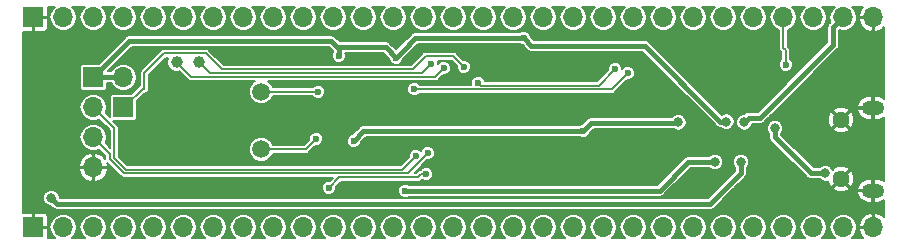
<source format=gbl>
G04 #@! TF.GenerationSoftware,KiCad,Pcbnew,(5.0.0)*
G04 #@! TF.CreationDate,2018-10-21T19:13:21+02:00*
G04 #@! TF.ProjectId,mibo64_stm32,6D69626F36345F73746D33322E6B6963,rev?*
G04 #@! TF.SameCoordinates,PX6486dd0PY621abf0*
G04 #@! TF.FileFunction,Copper,L2,Bot,Signal*
G04 #@! TF.FilePolarity,Positive*
%FSLAX46Y46*%
G04 Gerber Fmt 4.6, Leading zero omitted, Abs format (unit mm)*
G04 Created by KiCad (PCBNEW (5.0.0)) date 10/21/18 19:13:21*
%MOMM*%
%LPD*%
G01*
G04 APERTURE LIST*
G04 #@! TA.AperFunction,ComponentPad*
%ADD10R,1.700000X1.700000*%
G04 #@! TD*
G04 #@! TA.AperFunction,ComponentPad*
%ADD11O,1.700000X1.700000*%
G04 #@! TD*
G04 #@! TA.AperFunction,ComponentPad*
%ADD12C,1.450000*%
G04 #@! TD*
G04 #@! TA.AperFunction,ComponentPad*
%ADD13O,1.900000X1.200000*%
G04 #@! TD*
G04 #@! TA.AperFunction,ComponentPad*
%ADD14C,1.500000*%
G04 #@! TD*
G04 #@! TA.AperFunction,ComponentPad*
%ADD15C,1.000000*%
G04 #@! TD*
G04 #@! TA.AperFunction,ViaPad*
%ADD16C,0.600000*%
G04 #@! TD*
G04 #@! TA.AperFunction,ViaPad*
%ADD17C,0.800000*%
G04 #@! TD*
G04 #@! TA.AperFunction,Conductor*
%ADD18C,0.152000*%
G04 #@! TD*
G04 #@! TA.AperFunction,Conductor*
%ADD19C,0.400000*%
G04 #@! TD*
G04 #@! TA.AperFunction,Conductor*
%ADD20C,0.200000*%
G04 #@! TD*
G04 APERTURE END LIST*
D10*
G04 #@! TO.P,J5,1*
G04 #@! TO.N,+3V3*
X6350000Y-6350000D03*
D11*
G04 #@! TO.P,J5,2*
G04 #@! TO.N,/SWDIO*
X6350000Y-8890000D03*
G04 #@! TO.P,J5,3*
G04 #@! TO.N,/SWDCLK*
X6350000Y-11430000D03*
G04 #@! TO.P,J5,4*
G04 #@! TO.N,GND*
X6350000Y-13970000D03*
G04 #@! TD*
D10*
G04 #@! TO.P,J1,1*
G04 #@! TO.N,/BOOT0*
X8890000Y-8890000D03*
D11*
G04 #@! TO.P,J1,2*
G04 #@! TO.N,+3V3*
X8890000Y-6350000D03*
G04 #@! TD*
G04 #@! TO.P,J2,29*
G04 #@! TO.N,GND*
X72390000Y-19050000D03*
G04 #@! TO.P,J2,28*
G04 #@! TO.N,/5V*
X69850000Y-19050000D03*
G04 #@! TO.P,J2,27*
G04 #@! TO.N,/PA12*
X67310000Y-19050000D03*
G04 #@! TO.P,J2,26*
G04 #@! TO.N,/PA11*
X64770000Y-19050000D03*
G04 #@! TO.P,J2,25*
G04 #@! TO.N,/PA10*
X62230000Y-19050000D03*
G04 #@! TO.P,J2,24*
G04 #@! TO.N,/PA9*
X59690000Y-19050000D03*
G04 #@! TO.P,J2,23*
G04 #@! TO.N,/PA8*
X57150000Y-19050000D03*
G04 #@! TO.P,J2,22*
G04 #@! TO.N,/PC9*
X54610000Y-19050000D03*
G04 #@! TO.P,J2,21*
G04 #@! TO.N,/PC8*
X52070000Y-19050000D03*
G04 #@! TO.P,J2,20*
G04 #@! TO.N,/PC7*
X49530000Y-19050000D03*
G04 #@! TO.P,J2,19*
G04 #@! TO.N,/PC6*
X46990000Y-19050000D03*
G04 #@! TO.P,J2,18*
G04 #@! TO.N,/PB15*
X44450000Y-19050000D03*
G04 #@! TO.P,J2,17*
G04 #@! TO.N,/PB14*
X41910000Y-19050000D03*
G04 #@! TO.P,J2,16*
G04 #@! TO.N,/PB13*
X39370000Y-19050000D03*
G04 #@! TO.P,J2,15*
G04 #@! TO.N,/PB12*
X36830000Y-19050000D03*
G04 #@! TO.P,J2,14*
G04 #@! TO.N,/PB2*
X34290000Y-19050000D03*
G04 #@! TO.P,J2,13*
G04 #@! TO.N,/PB10*
X31750000Y-19050000D03*
G04 #@! TO.P,J2,12*
G04 #@! TO.N,/PB11*
X29210000Y-19050000D03*
G04 #@! TO.P,J2,11*
G04 #@! TO.N,/PB1*
X26670000Y-19050000D03*
G04 #@! TO.P,J2,10*
G04 #@! TO.N,/PB0*
X24130000Y-19050000D03*
G04 #@! TO.P,J2,9*
G04 #@! TO.N,/PC5*
X21590000Y-19050000D03*
G04 #@! TO.P,J2,8*
G04 #@! TO.N,/PC4*
X19050000Y-19050000D03*
G04 #@! TO.P,J2,7*
G04 #@! TO.N,/PA7*
X16510000Y-19050000D03*
G04 #@! TO.P,J2,6*
G04 #@! TO.N,/PA6*
X13970000Y-19050000D03*
G04 #@! TO.P,J2,5*
G04 #@! TO.N,/PA5*
X11430000Y-19050000D03*
G04 #@! TO.P,J2,4*
G04 #@! TO.N,/PA4*
X8890000Y-19050000D03*
G04 #@! TO.P,J2,3*
G04 #@! TO.N,/PA3*
X6350000Y-19050000D03*
G04 #@! TO.P,J2,2*
G04 #@! TO.N,+3V3*
X3810000Y-19050000D03*
D10*
G04 #@! TO.P,J2,1*
G04 #@! TO.N,GND*
X1270000Y-19050000D03*
G04 #@! TD*
G04 #@! TO.P,J3,1*
G04 #@! TO.N,GND*
X1270000Y-1270000D03*
D11*
G04 #@! TO.P,J3,2*
G04 #@! TO.N,/5V*
X3810000Y-1270000D03*
G04 #@! TO.P,J3,3*
G04 #@! TO.N,/BOOT0*
X6350000Y-1270000D03*
G04 #@! TO.P,J3,4*
G04 #@! TO.N,/OSC32_IN*
X8890000Y-1270000D03*
G04 #@! TO.P,J3,5*
G04 #@! TO.N,/OSC32_OUT*
X11430000Y-1270000D03*
G04 #@! TO.P,J3,6*
G04 #@! TO.N,/RESET*
X13970000Y-1270000D03*
G04 #@! TO.P,J3,7*
G04 #@! TO.N,/PA2*
X16510000Y-1270000D03*
G04 #@! TO.P,J3,8*
G04 #@! TO.N,/PA1*
X19050000Y-1270000D03*
G04 #@! TO.P,J3,9*
G04 #@! TO.N,/PA0*
X21590000Y-1270000D03*
G04 #@! TO.P,J3,10*
G04 #@! TO.N,/PC3*
X24130000Y-1270000D03*
G04 #@! TO.P,J3,11*
G04 #@! TO.N,/PC2*
X26670000Y-1270000D03*
G04 #@! TO.P,J3,12*
G04 #@! TO.N,/PC1*
X29210000Y-1270000D03*
G04 #@! TO.P,J3,13*
G04 #@! TO.N,/PC0*
X31750000Y-1270000D03*
G04 #@! TO.P,J3,14*
G04 #@! TO.N,/VBAT*
X34290000Y-1270000D03*
G04 #@! TO.P,J3,15*
G04 #@! TO.N,/PB8*
X36830000Y-1270000D03*
G04 #@! TO.P,J3,16*
G04 #@! TO.N,/PB9*
X39370000Y-1270000D03*
G04 #@! TO.P,J3,17*
G04 #@! TO.N,/PB7*
X41910000Y-1270000D03*
G04 #@! TO.P,J3,18*
G04 #@! TO.N,/PB6*
X44450000Y-1270000D03*
G04 #@! TO.P,J3,19*
G04 #@! TO.N,/PB5*
X46990000Y-1270000D03*
G04 #@! TO.P,J3,20*
G04 #@! TO.N,/PB4*
X49530000Y-1270000D03*
G04 #@! TO.P,J3,21*
G04 #@! TO.N,/PB3*
X52070000Y-1270000D03*
G04 #@! TO.P,J3,22*
G04 #@! TO.N,/PD2*
X54610000Y-1270000D03*
G04 #@! TO.P,J3,23*
G04 #@! TO.N,/PC12*
X57150000Y-1270000D03*
G04 #@! TO.P,J3,24*
G04 #@! TO.N,/PC11*
X59690000Y-1270000D03*
G04 #@! TO.P,J3,25*
G04 #@! TO.N,/PC10*
X62230000Y-1270000D03*
G04 #@! TO.P,J3,26*
G04 #@! TO.N,/PA15*
X64770000Y-1270000D03*
G04 #@! TO.P,J3,27*
G04 #@! TO.N,/LED1*
X67310000Y-1270000D03*
G04 #@! TO.P,J3,28*
G04 #@! TO.N,+3V3*
X69850000Y-1270000D03*
G04 #@! TO.P,J3,29*
G04 #@! TO.N,GND*
X72390000Y-1270000D03*
G04 #@! TD*
D12*
G04 #@! TO.P,J4,6*
G04 #@! TO.N,GND*
X69657500Y-14946000D03*
X69657500Y-9946000D03*
D13*
X72357500Y-15946000D03*
X72357500Y-8946000D03*
G04 #@! TD*
D14*
G04 #@! TO.P,Y1,1*
G04 #@! TO.N,/OSC_IN*
X20574000Y-12446000D03*
G04 #@! TO.P,Y1,2*
G04 #@! TO.N,/OSC_OUT*
X20574000Y-7566000D03*
G04 #@! TD*
D15*
G04 #@! TO.P,Y2,1*
G04 #@! TO.N,/OSC32_IN*
X13398500Y-5080000D03*
G04 #@! TO.P,Y2,2*
G04 #@! TO.N,/OSC32_OUT*
X15298500Y-5080000D03*
G04 #@! TD*
D16*
G04 #@! TO.N,GND*
X62738006Y-15367000D03*
X57404000Y-15367000D03*
X56515000Y-12001500D03*
X29591000Y-16383000D03*
X40386000Y-4000500D03*
X28067000Y-4572000D03*
X47561500Y-9398000D03*
X47561500Y-12954000D03*
X49403000Y-12382500D03*
X54546500Y-13779500D03*
X24384000Y-10033000D03*
X26098500Y-12509500D03*
X17018000Y-7429500D03*
X10223500Y-13208000D03*
X12509502Y-6604000D03*
G04 #@! TO.N,/OSC_IN*
X25209500Y-11556998D03*
G04 #@! TO.N,/OSC_OUT*
X25400000Y-7556500D03*
G04 #@! TO.N,/RESET*
X51588500Y-6006000D03*
X33528000Y-7366006D03*
G04 #@! TO.N,+3V3*
X28384500Y-11747500D03*
X42799000Y-3048000D03*
X47815500Y-10922000D03*
X27114500Y-4508500D03*
X31984731Y-4678990D03*
X32766000Y-15938500D03*
D17*
X61468000Y-10160000D03*
X55880000Y-10160000D03*
X59944004Y-10096500D03*
X58991500Y-13525500D03*
G04 #@! TO.N,/5V*
X2794000Y-16573500D03*
X61188500Y-13525500D03*
X64071500Y-10668000D03*
X68326000Y-14478000D03*
D16*
G04 #@! TO.N,/OSC32_IN*
X36004500Y-5588000D03*
G04 #@! TO.N,/OSC32_OUT*
X34970561Y-5177258D03*
G04 #@! TO.N,/BOOT0*
X37719000Y-5461000D03*
G04 #@! TO.N,/PA15*
X64960500Y-5270500D03*
G04 #@! TO.N,/PB1*
X26289002Y-15684500D03*
X34544004Y-14541500D03*
G04 #@! TO.N,/LED1*
X50546000Y-5651500D03*
X38925500Y-6794482D03*
G04 #@! TO.N,/SWDIO*
X33655000Y-13017500D03*
G04 #@! TO.N,/SWDCLK*
X34671000Y-12763500D03*
G04 #@! TD*
D18*
G04 #@! TO.N,/OSC_IN*
X24909501Y-11856997D02*
X25209500Y-11556998D01*
X20574000Y-12446000D02*
X24320498Y-12446000D01*
X24320498Y-12446000D02*
X24909501Y-11856997D01*
G04 #@! TO.N,/OSC_OUT*
X20574000Y-7566000D02*
X25390500Y-7566000D01*
X25390500Y-7566000D02*
X25400000Y-7556500D01*
G04 #@! TO.N,/RESET*
X51588500Y-6006000D02*
X50228494Y-7366006D01*
X50228494Y-7366006D02*
X33528000Y-7366006D01*
D19*
G04 #@! TO.N,+3V3*
X6350000Y-6350000D02*
X8890000Y-6350000D01*
X32575500Y-4088221D02*
X31984731Y-4678990D01*
X42799000Y-3048000D02*
X33615721Y-3048000D01*
X33615721Y-3048000D02*
X32575500Y-4088221D01*
X29210000Y-10922000D02*
X28384500Y-11747500D01*
X39243000Y-10922000D02*
X29210000Y-10922000D01*
X39687500Y-10922000D02*
X39243000Y-10922000D01*
X47815500Y-10922000D02*
X40068500Y-10922000D01*
X40068500Y-10922000D02*
X39687500Y-10922000D01*
X27114500Y-4508500D02*
X27114500Y-3937000D01*
X26479500Y-3302000D02*
X9398000Y-3302000D01*
X27114500Y-3937000D02*
X26479500Y-3302000D01*
X27241500Y-3810000D02*
X27114500Y-3937000D01*
X32004000Y-4699000D02*
X31115000Y-3810000D01*
X31115000Y-3810000D02*
X27241500Y-3810000D01*
X59944000Y-10096500D02*
X59944004Y-10096500D01*
X59436000Y-10096500D02*
X59944000Y-10096500D01*
X53022500Y-3683000D02*
X59436000Y-10096500D01*
X42799000Y-3048000D02*
X43434000Y-3683000D01*
X43434000Y-3683000D02*
X53022500Y-3683000D01*
X48514000Y-10223500D02*
X47815500Y-10922000D01*
X55880000Y-10160000D02*
X55816500Y-10223500D01*
X55816500Y-10223500D02*
X48514000Y-10223500D01*
X61867999Y-9760001D02*
X61468000Y-10160000D01*
X62820499Y-9760001D02*
X61867999Y-9760001D01*
X69000001Y-3580499D02*
X62820499Y-9760001D01*
X69850000Y-1270000D02*
X69000001Y-2119999D01*
X69000001Y-2119999D02*
X69000001Y-3580499D01*
X58356500Y-13525500D02*
X58991500Y-13525500D01*
X56705500Y-13525500D02*
X58356500Y-13525500D01*
X32766000Y-15938500D02*
X54292500Y-15938500D01*
X54292500Y-15938500D02*
X56705500Y-13525500D01*
X9398000Y-3302000D02*
X6350000Y-6350000D01*
G04 #@! TO.N,/5V*
X67119500Y-14478000D02*
X68326000Y-14478000D01*
X64071500Y-10668000D02*
X64071500Y-11430000D01*
X64071500Y-11430000D02*
X67119500Y-14478000D01*
X61188500Y-14440000D02*
X61188500Y-13525500D01*
X58581488Y-17047012D02*
X61188500Y-14440000D01*
X2794000Y-16573500D02*
X3267512Y-17047012D01*
X3267512Y-17047012D02*
X58581488Y-17047012D01*
D18*
G04 #@! TO.N,/OSC32_IN*
X14033500Y-5715000D02*
X13398500Y-5080000D01*
X14605000Y-6286500D02*
X14033500Y-5715000D01*
X36004500Y-5588000D02*
X35306000Y-6286500D01*
X35306000Y-6286500D02*
X14605000Y-6286500D01*
G04 #@! TO.N,/OSC32_OUT*
X15875000Y-5656500D02*
X15298500Y-5080000D01*
X15880000Y-5656500D02*
X15875000Y-5656500D01*
X16205989Y-5982489D02*
X15880000Y-5656500D01*
X34970561Y-5177258D02*
X34165330Y-5982489D01*
X34165330Y-5982489D02*
X16205989Y-5982489D01*
G04 #@! TO.N,/BOOT0*
X10541000Y-7302500D02*
X8953500Y-8890000D01*
X10668000Y-7302500D02*
X10541000Y-7302500D01*
X10668000Y-5969000D02*
X10668000Y-7302500D01*
X12319000Y-4318000D02*
X10668000Y-5969000D01*
X36830000Y-4572000D02*
X34480500Y-4572000D01*
X8953500Y-8890000D02*
X8890000Y-8890000D01*
X37719000Y-5461000D02*
X36830000Y-4572000D01*
X34480500Y-4572000D02*
X33374022Y-5678478D01*
X33374022Y-5678478D02*
X17235478Y-5678478D01*
X17235478Y-5678478D02*
X15875000Y-4318000D01*
X15875000Y-4318000D02*
X12319000Y-4318000D01*
G04 #@! TO.N,/PA15*
X64770000Y-3873500D02*
X64770000Y-1270000D01*
X64960500Y-5270500D02*
X64960500Y-4064000D01*
X64960500Y-4064000D02*
X64770000Y-3873500D01*
G04 #@! TO.N,/PB1*
X34119740Y-14541500D02*
X34544004Y-14541500D01*
X33865740Y-14795500D02*
X34119740Y-14541500D01*
X26289002Y-15684500D02*
X27178002Y-14795500D01*
X27178002Y-14795500D02*
X33865740Y-14795500D01*
G04 #@! TO.N,/LED1*
X38925532Y-6794482D02*
X38925500Y-6794482D01*
X39179550Y-7048500D02*
X38925532Y-6794482D01*
X50546000Y-5651500D02*
X49149000Y-7048500D01*
X49149000Y-7048500D02*
X39179550Y-7048500D01*
G04 #@! TO.N,/SWDIO*
X8128000Y-10668000D02*
X6350000Y-8890000D01*
X8128000Y-13208000D02*
X8128000Y-10668000D01*
X9080500Y-14160500D02*
X8128000Y-13208000D01*
X33655000Y-13017500D02*
X32512000Y-14160500D01*
X32512000Y-14160500D02*
X9080500Y-14160500D01*
G04 #@! TO.N,/SWDCLK*
X7747000Y-12827000D02*
X6350000Y-11430000D01*
X7747000Y-13271500D02*
X7747000Y-12827000D01*
X8940009Y-14464509D02*
X7747000Y-13271500D01*
X34671000Y-12763500D02*
X32969991Y-14464509D01*
X32969991Y-14464509D02*
X8940009Y-14464509D01*
G04 #@! TD*
D20*
G04 #@! TO.N,GND*
G36*
X2980897Y-440897D02*
X2726724Y-821293D01*
X2637471Y-1270000D01*
X2726724Y-1718707D01*
X2980897Y-2099103D01*
X3361293Y-2353276D01*
X3696739Y-2420000D01*
X3923261Y-2420000D01*
X4258707Y-2353276D01*
X4639103Y-2099103D01*
X4893276Y-1718707D01*
X4982529Y-1270000D01*
X4893276Y-821293D01*
X4639103Y-440897D01*
X4540481Y-375000D01*
X5619519Y-375000D01*
X5520897Y-440897D01*
X5266724Y-821293D01*
X5177471Y-1270000D01*
X5266724Y-1718707D01*
X5520897Y-2099103D01*
X5901293Y-2353276D01*
X6236739Y-2420000D01*
X6463261Y-2420000D01*
X6798707Y-2353276D01*
X7179103Y-2099103D01*
X7433276Y-1718707D01*
X7522529Y-1270000D01*
X7433276Y-821293D01*
X7179103Y-440897D01*
X7080481Y-375000D01*
X8159519Y-375000D01*
X8060897Y-440897D01*
X7806724Y-821293D01*
X7717471Y-1270000D01*
X7806724Y-1718707D01*
X8060897Y-2099103D01*
X8441293Y-2353276D01*
X8776739Y-2420000D01*
X9003261Y-2420000D01*
X9338707Y-2353276D01*
X9719103Y-2099103D01*
X9973276Y-1718707D01*
X10062529Y-1270000D01*
X9973276Y-821293D01*
X9719103Y-440897D01*
X9620481Y-375000D01*
X10699519Y-375000D01*
X10600897Y-440897D01*
X10346724Y-821293D01*
X10257471Y-1270000D01*
X10346724Y-1718707D01*
X10600897Y-2099103D01*
X10981293Y-2353276D01*
X11316739Y-2420000D01*
X11543261Y-2420000D01*
X11878707Y-2353276D01*
X12259103Y-2099103D01*
X12513276Y-1718707D01*
X12602529Y-1270000D01*
X12513276Y-821293D01*
X12259103Y-440897D01*
X12160481Y-375000D01*
X13239519Y-375000D01*
X13140897Y-440897D01*
X12886724Y-821293D01*
X12797471Y-1270000D01*
X12886724Y-1718707D01*
X13140897Y-2099103D01*
X13521293Y-2353276D01*
X13856739Y-2420000D01*
X14083261Y-2420000D01*
X14418707Y-2353276D01*
X14799103Y-2099103D01*
X15053276Y-1718707D01*
X15142529Y-1270000D01*
X15053276Y-821293D01*
X14799103Y-440897D01*
X14700481Y-375000D01*
X15779519Y-375000D01*
X15680897Y-440897D01*
X15426724Y-821293D01*
X15337471Y-1270000D01*
X15426724Y-1718707D01*
X15680897Y-2099103D01*
X16061293Y-2353276D01*
X16396739Y-2420000D01*
X16623261Y-2420000D01*
X16958707Y-2353276D01*
X17339103Y-2099103D01*
X17593276Y-1718707D01*
X17682529Y-1270000D01*
X17593276Y-821293D01*
X17339103Y-440897D01*
X17240481Y-375000D01*
X18319519Y-375000D01*
X18220897Y-440897D01*
X17966724Y-821293D01*
X17877471Y-1270000D01*
X17966724Y-1718707D01*
X18220897Y-2099103D01*
X18601293Y-2353276D01*
X18936739Y-2420000D01*
X19163261Y-2420000D01*
X19498707Y-2353276D01*
X19879103Y-2099103D01*
X20133276Y-1718707D01*
X20222529Y-1270000D01*
X20133276Y-821293D01*
X19879103Y-440897D01*
X19780481Y-375000D01*
X20859519Y-375000D01*
X20760897Y-440897D01*
X20506724Y-821293D01*
X20417471Y-1270000D01*
X20506724Y-1718707D01*
X20760897Y-2099103D01*
X21141293Y-2353276D01*
X21476739Y-2420000D01*
X21703261Y-2420000D01*
X22038707Y-2353276D01*
X22419103Y-2099103D01*
X22673276Y-1718707D01*
X22762529Y-1270000D01*
X22673276Y-821293D01*
X22419103Y-440897D01*
X22320481Y-375000D01*
X23399519Y-375000D01*
X23300897Y-440897D01*
X23046724Y-821293D01*
X22957471Y-1270000D01*
X23046724Y-1718707D01*
X23300897Y-2099103D01*
X23681293Y-2353276D01*
X24016739Y-2420000D01*
X24243261Y-2420000D01*
X24578707Y-2353276D01*
X24959103Y-2099103D01*
X25213276Y-1718707D01*
X25302529Y-1270000D01*
X25213276Y-821293D01*
X24959103Y-440897D01*
X24860481Y-375000D01*
X25939519Y-375000D01*
X25840897Y-440897D01*
X25586724Y-821293D01*
X25497471Y-1270000D01*
X25586724Y-1718707D01*
X25840897Y-2099103D01*
X26221293Y-2353276D01*
X26556739Y-2420000D01*
X26783261Y-2420000D01*
X27118707Y-2353276D01*
X27499103Y-2099103D01*
X27753276Y-1718707D01*
X27842529Y-1270000D01*
X27753276Y-821293D01*
X27499103Y-440897D01*
X27400481Y-375000D01*
X28479519Y-375000D01*
X28380897Y-440897D01*
X28126724Y-821293D01*
X28037471Y-1270000D01*
X28126724Y-1718707D01*
X28380897Y-2099103D01*
X28761293Y-2353276D01*
X29096739Y-2420000D01*
X29323261Y-2420000D01*
X29658707Y-2353276D01*
X30039103Y-2099103D01*
X30293276Y-1718707D01*
X30382529Y-1270000D01*
X30293276Y-821293D01*
X30039103Y-440897D01*
X29940481Y-375000D01*
X31019519Y-375000D01*
X30920897Y-440897D01*
X30666724Y-821293D01*
X30577471Y-1270000D01*
X30666724Y-1718707D01*
X30920897Y-2099103D01*
X31301293Y-2353276D01*
X31636739Y-2420000D01*
X31863261Y-2420000D01*
X32198707Y-2353276D01*
X32579103Y-2099103D01*
X32833276Y-1718707D01*
X32922529Y-1270000D01*
X32833276Y-821293D01*
X32579103Y-440897D01*
X32480481Y-375000D01*
X33559519Y-375000D01*
X33460897Y-440897D01*
X33206724Y-821293D01*
X33117471Y-1270000D01*
X33206724Y-1718707D01*
X33460897Y-2099103D01*
X33841293Y-2353276D01*
X34176739Y-2420000D01*
X34403261Y-2420000D01*
X34738707Y-2353276D01*
X35119103Y-2099103D01*
X35373276Y-1718707D01*
X35462529Y-1270000D01*
X35373276Y-821293D01*
X35119103Y-440897D01*
X35020481Y-375000D01*
X36099519Y-375000D01*
X36000897Y-440897D01*
X35746724Y-821293D01*
X35657471Y-1270000D01*
X35746724Y-1718707D01*
X36000897Y-2099103D01*
X36381293Y-2353276D01*
X36716739Y-2420000D01*
X36943261Y-2420000D01*
X37278707Y-2353276D01*
X37659103Y-2099103D01*
X37913276Y-1718707D01*
X38002529Y-1270000D01*
X37913276Y-821293D01*
X37659103Y-440897D01*
X37560481Y-375000D01*
X38639519Y-375000D01*
X38540897Y-440897D01*
X38286724Y-821293D01*
X38197471Y-1270000D01*
X38286724Y-1718707D01*
X38540897Y-2099103D01*
X38921293Y-2353276D01*
X39256739Y-2420000D01*
X39483261Y-2420000D01*
X39818707Y-2353276D01*
X40199103Y-2099103D01*
X40453276Y-1718707D01*
X40542529Y-1270000D01*
X40453276Y-821293D01*
X40199103Y-440897D01*
X40100481Y-375000D01*
X41179519Y-375000D01*
X41080897Y-440897D01*
X40826724Y-821293D01*
X40737471Y-1270000D01*
X40826724Y-1718707D01*
X41080897Y-2099103D01*
X41461293Y-2353276D01*
X41796739Y-2420000D01*
X42023261Y-2420000D01*
X42358707Y-2353276D01*
X42739103Y-2099103D01*
X42993276Y-1718707D01*
X43082529Y-1270000D01*
X42993276Y-821293D01*
X42739103Y-440897D01*
X42640481Y-375000D01*
X43719519Y-375000D01*
X43620897Y-440897D01*
X43366724Y-821293D01*
X43277471Y-1270000D01*
X43366724Y-1718707D01*
X43620897Y-2099103D01*
X44001293Y-2353276D01*
X44336739Y-2420000D01*
X44563261Y-2420000D01*
X44898707Y-2353276D01*
X45279103Y-2099103D01*
X45533276Y-1718707D01*
X45622529Y-1270000D01*
X45533276Y-821293D01*
X45279103Y-440897D01*
X45180481Y-375000D01*
X46259519Y-375000D01*
X46160897Y-440897D01*
X45906724Y-821293D01*
X45817471Y-1270000D01*
X45906724Y-1718707D01*
X46160897Y-2099103D01*
X46541293Y-2353276D01*
X46876739Y-2420000D01*
X47103261Y-2420000D01*
X47438707Y-2353276D01*
X47819103Y-2099103D01*
X48073276Y-1718707D01*
X48162529Y-1270000D01*
X48073276Y-821293D01*
X47819103Y-440897D01*
X47720481Y-375000D01*
X48799519Y-375000D01*
X48700897Y-440897D01*
X48446724Y-821293D01*
X48357471Y-1270000D01*
X48446724Y-1718707D01*
X48700897Y-2099103D01*
X49081293Y-2353276D01*
X49416739Y-2420000D01*
X49643261Y-2420000D01*
X49978707Y-2353276D01*
X50359103Y-2099103D01*
X50613276Y-1718707D01*
X50702529Y-1270000D01*
X50613276Y-821293D01*
X50359103Y-440897D01*
X50260481Y-375000D01*
X51339519Y-375000D01*
X51240897Y-440897D01*
X50986724Y-821293D01*
X50897471Y-1270000D01*
X50986724Y-1718707D01*
X51240897Y-2099103D01*
X51621293Y-2353276D01*
X51956739Y-2420000D01*
X52183261Y-2420000D01*
X52518707Y-2353276D01*
X52899103Y-2099103D01*
X53153276Y-1718707D01*
X53242529Y-1270000D01*
X53153276Y-821293D01*
X52899103Y-440897D01*
X52800481Y-375000D01*
X53879519Y-375000D01*
X53780897Y-440897D01*
X53526724Y-821293D01*
X53437471Y-1270000D01*
X53526724Y-1718707D01*
X53780897Y-2099103D01*
X54161293Y-2353276D01*
X54496739Y-2420000D01*
X54723261Y-2420000D01*
X55058707Y-2353276D01*
X55439103Y-2099103D01*
X55693276Y-1718707D01*
X55782529Y-1270000D01*
X55693276Y-821293D01*
X55439103Y-440897D01*
X55340481Y-375000D01*
X56419519Y-375000D01*
X56320897Y-440897D01*
X56066724Y-821293D01*
X55977471Y-1270000D01*
X56066724Y-1718707D01*
X56320897Y-2099103D01*
X56701293Y-2353276D01*
X57036739Y-2420000D01*
X57263261Y-2420000D01*
X57598707Y-2353276D01*
X57979103Y-2099103D01*
X58233276Y-1718707D01*
X58322529Y-1270000D01*
X58233276Y-821293D01*
X57979103Y-440897D01*
X57880481Y-375000D01*
X58959519Y-375000D01*
X58860897Y-440897D01*
X58606724Y-821293D01*
X58517471Y-1270000D01*
X58606724Y-1718707D01*
X58860897Y-2099103D01*
X59241293Y-2353276D01*
X59576739Y-2420000D01*
X59803261Y-2420000D01*
X60138707Y-2353276D01*
X60519103Y-2099103D01*
X60773276Y-1718707D01*
X60862529Y-1270000D01*
X60773276Y-821293D01*
X60519103Y-440897D01*
X60420481Y-375000D01*
X61499519Y-375000D01*
X61400897Y-440897D01*
X61146724Y-821293D01*
X61057471Y-1270000D01*
X61146724Y-1718707D01*
X61400897Y-2099103D01*
X61781293Y-2353276D01*
X62116739Y-2420000D01*
X62343261Y-2420000D01*
X62678707Y-2353276D01*
X63059103Y-2099103D01*
X63313276Y-1718707D01*
X63402529Y-1270000D01*
X63313276Y-821293D01*
X63059103Y-440897D01*
X62960481Y-375000D01*
X64039519Y-375000D01*
X63940897Y-440897D01*
X63686724Y-821293D01*
X63597471Y-1270000D01*
X63686724Y-1718707D01*
X63940897Y-2099103D01*
X64321293Y-2353276D01*
X64394001Y-2367738D01*
X64394000Y-3836469D01*
X64386634Y-3873500D01*
X64400260Y-3942000D01*
X64415816Y-4020207D01*
X64498919Y-4144581D01*
X64530315Y-4165559D01*
X64584501Y-4219745D01*
X64584500Y-4797971D01*
X64451844Y-4930627D01*
X64360500Y-5151153D01*
X64360500Y-5389847D01*
X64451844Y-5610373D01*
X64620627Y-5779156D01*
X64841153Y-5870500D01*
X65079847Y-5870500D01*
X65300373Y-5779156D01*
X65469156Y-5610373D01*
X65560500Y-5389847D01*
X65560500Y-5151153D01*
X65469156Y-4930627D01*
X65336500Y-4797971D01*
X65336500Y-4101031D01*
X65343866Y-4064000D01*
X65314684Y-3917292D01*
X65285423Y-3873500D01*
X65231581Y-3792919D01*
X65200185Y-3771941D01*
X65146000Y-3717756D01*
X65146000Y-2367738D01*
X65218707Y-2353276D01*
X65599103Y-2099103D01*
X65853276Y-1718707D01*
X65942529Y-1270000D01*
X65853276Y-821293D01*
X65599103Y-440897D01*
X65500481Y-375000D01*
X66579519Y-375000D01*
X66480897Y-440897D01*
X66226724Y-821293D01*
X66137471Y-1270000D01*
X66226724Y-1718707D01*
X66480897Y-2099103D01*
X66861293Y-2353276D01*
X67196739Y-2420000D01*
X67423261Y-2420000D01*
X67758707Y-2353276D01*
X68139103Y-2099103D01*
X68393276Y-1718707D01*
X68482529Y-1270000D01*
X68393276Y-821293D01*
X68139103Y-440897D01*
X68040481Y-375000D01*
X69119519Y-375000D01*
X69020897Y-440897D01*
X68766724Y-821293D01*
X68677471Y-1270000D01*
X68754689Y-1658204D01*
X68681271Y-1731623D01*
X68639521Y-1759519D01*
X68529012Y-1924910D01*
X68520991Y-1965235D01*
X68490206Y-2119999D01*
X68500001Y-2169241D01*
X68500002Y-3373391D01*
X62613393Y-9260001D01*
X61917240Y-9260001D01*
X61867998Y-9250206D01*
X61818757Y-9260001D01*
X61818756Y-9260001D01*
X61672909Y-9289012D01*
X61507519Y-9399521D01*
X61479625Y-9441268D01*
X61460893Y-9460000D01*
X61328761Y-9460000D01*
X61071482Y-9566568D01*
X60874568Y-9763482D01*
X60768000Y-10020761D01*
X60768000Y-10299239D01*
X60874568Y-10556518D01*
X61071482Y-10753432D01*
X61328761Y-10860000D01*
X61607239Y-10860000D01*
X61864518Y-10753432D01*
X62061432Y-10556518D01*
X62072929Y-10528761D01*
X63371500Y-10528761D01*
X63371500Y-10807239D01*
X63478068Y-11064518D01*
X63571501Y-11157951D01*
X63571501Y-11380754D01*
X63561705Y-11430000D01*
X63590888Y-11576707D01*
X63600512Y-11625090D01*
X63711021Y-11790480D01*
X63752768Y-11818375D01*
X66731125Y-14796732D01*
X66759020Y-14838480D01*
X66823215Y-14881373D01*
X66924409Y-14948989D01*
X67119500Y-14987795D01*
X67168743Y-14978000D01*
X67836050Y-14978000D01*
X67929482Y-15071432D01*
X68186761Y-15178000D01*
X68465239Y-15178000D01*
X68533372Y-15149778D01*
X68533480Y-15174649D01*
X68701018Y-15579122D01*
X68882621Y-15650169D01*
X69586789Y-14946000D01*
X69728211Y-14946000D01*
X70432379Y-15650169D01*
X70613982Y-15579122D01*
X70783460Y-15164899D01*
X70781520Y-14717351D01*
X70613982Y-14312878D01*
X70432379Y-14241831D01*
X69728211Y-14946000D01*
X69586789Y-14946000D01*
X69572647Y-14931858D01*
X69643358Y-14861147D01*
X69657500Y-14875289D01*
X70361669Y-14171121D01*
X70290622Y-13989518D01*
X69876399Y-13820040D01*
X69428851Y-13821980D01*
X69024378Y-13989518D01*
X68954900Y-14167110D01*
X68919432Y-14081482D01*
X68722518Y-13884568D01*
X68465239Y-13778000D01*
X68186761Y-13778000D01*
X67929482Y-13884568D01*
X67836050Y-13978000D01*
X67326607Y-13978000D01*
X64571500Y-11222894D01*
X64571500Y-11157950D01*
X64664932Y-11064518D01*
X64771500Y-10807239D01*
X64771500Y-10720879D01*
X68953331Y-10720879D01*
X69024378Y-10902482D01*
X69438601Y-11071960D01*
X69886149Y-11070020D01*
X70290622Y-10902482D01*
X70361669Y-10720879D01*
X69657500Y-10016711D01*
X68953331Y-10720879D01*
X64771500Y-10720879D01*
X64771500Y-10528761D01*
X64664932Y-10271482D01*
X64468018Y-10074568D01*
X64210739Y-9968000D01*
X63932261Y-9968000D01*
X63674982Y-10074568D01*
X63478068Y-10271482D01*
X63371500Y-10528761D01*
X62072929Y-10528761D01*
X62168000Y-10299239D01*
X62168000Y-10260001D01*
X62771258Y-10260001D01*
X62820499Y-10269796D01*
X62869740Y-10260001D01*
X62869742Y-10260001D01*
X63015589Y-10230990D01*
X63180979Y-10120481D01*
X63208876Y-10078730D01*
X63560505Y-9727101D01*
X68531540Y-9727101D01*
X68533480Y-10174649D01*
X68701018Y-10579122D01*
X68882621Y-10650169D01*
X69586789Y-9946000D01*
X69728211Y-9946000D01*
X70432379Y-10650169D01*
X70613982Y-10579122D01*
X70783460Y-10164899D01*
X70781520Y-9717351D01*
X70613982Y-9312878D01*
X70432379Y-9241831D01*
X69728211Y-9946000D01*
X69586789Y-9946000D01*
X68882621Y-9241831D01*
X68701018Y-9312878D01*
X68531540Y-9727101D01*
X63560505Y-9727101D01*
X64116485Y-9171121D01*
X68953331Y-9171121D01*
X69657500Y-9875289D01*
X70361669Y-9171121D01*
X70354041Y-9151623D01*
X71028869Y-9151623D01*
X71064487Y-9282489D01*
X71265038Y-9617751D01*
X71578623Y-9850745D01*
X71957500Y-9946000D01*
X72307500Y-9946000D01*
X72307500Y-8996000D01*
X71108890Y-8996000D01*
X71028869Y-9151623D01*
X70354041Y-9151623D01*
X70290622Y-8989518D01*
X69876399Y-8820040D01*
X69428851Y-8821980D01*
X69024378Y-8989518D01*
X68953331Y-9171121D01*
X64116485Y-9171121D01*
X64547229Y-8740377D01*
X71028869Y-8740377D01*
X71108890Y-8896000D01*
X72307500Y-8896000D01*
X72307500Y-7946000D01*
X71957500Y-7946000D01*
X71578623Y-8041255D01*
X71265038Y-8274249D01*
X71064487Y-8609511D01*
X71028869Y-8740377D01*
X64547229Y-8740377D01*
X69318733Y-3968874D01*
X69360481Y-3940979D01*
X69470990Y-3775589D01*
X69477689Y-3741910D01*
X69509797Y-3580499D01*
X69500001Y-3531253D01*
X69500001Y-2372910D01*
X69736739Y-2420000D01*
X69963261Y-2420000D01*
X70298707Y-2353276D01*
X70679103Y-2099103D01*
X70933276Y-1718707D01*
X70973841Y-1514772D01*
X71164195Y-1514772D01*
X71351174Y-1965235D01*
X71696305Y-2309855D01*
X72145229Y-2495801D01*
X72340000Y-2418913D01*
X72340000Y-1320000D01*
X71240996Y-1320000D01*
X71164195Y-1514772D01*
X70973841Y-1514772D01*
X71022529Y-1270000D01*
X70933276Y-821293D01*
X70679103Y-440897D01*
X70580481Y-375000D01*
X71551235Y-375000D01*
X71351174Y-574765D01*
X71164195Y-1025228D01*
X71240996Y-1220000D01*
X72340000Y-1220000D01*
X72340000Y-1200000D01*
X72440000Y-1200000D01*
X72440000Y-1220000D01*
X72460000Y-1220000D01*
X72460000Y-1320000D01*
X72440000Y-1320000D01*
X72440000Y-2418913D01*
X72634771Y-2495801D01*
X73083695Y-2309855D01*
X73285000Y-2108848D01*
X73285000Y-8151682D01*
X73136377Y-8041255D01*
X72757500Y-7946000D01*
X72407500Y-7946000D01*
X72407500Y-8896000D01*
X72427500Y-8896000D01*
X72427500Y-8996000D01*
X72407500Y-8996000D01*
X72407500Y-9946000D01*
X72757500Y-9946000D01*
X73136377Y-9850745D01*
X73285000Y-9740318D01*
X73285001Y-15151683D01*
X73136377Y-15041255D01*
X72757500Y-14946000D01*
X72407500Y-14946000D01*
X72407500Y-15896000D01*
X72427500Y-15896000D01*
X72427500Y-15996000D01*
X72407500Y-15996000D01*
X72407500Y-16946000D01*
X72757500Y-16946000D01*
X73136377Y-16850745D01*
X73285001Y-16740317D01*
X73285001Y-18211153D01*
X73083695Y-18010145D01*
X72634771Y-17824199D01*
X72440000Y-17901087D01*
X72440000Y-19000000D01*
X72460000Y-19000000D01*
X72460000Y-19100000D01*
X72440000Y-19100000D01*
X72440000Y-19120000D01*
X72340000Y-19120000D01*
X72340000Y-19100000D01*
X71240996Y-19100000D01*
X71164195Y-19294772D01*
X71351174Y-19745235D01*
X71551235Y-19945000D01*
X70580481Y-19945000D01*
X70679103Y-19879103D01*
X70933276Y-19498707D01*
X71022529Y-19050000D01*
X70973842Y-18805228D01*
X71164195Y-18805228D01*
X71240996Y-19000000D01*
X72340000Y-19000000D01*
X72340000Y-17901087D01*
X72145229Y-17824199D01*
X71696305Y-18010145D01*
X71351174Y-18354765D01*
X71164195Y-18805228D01*
X70973842Y-18805228D01*
X70933276Y-18601293D01*
X70679103Y-18220897D01*
X70298707Y-17966724D01*
X69963261Y-17900000D01*
X69736739Y-17900000D01*
X69401293Y-17966724D01*
X69020897Y-18220897D01*
X68766724Y-18601293D01*
X68677471Y-19050000D01*
X68766724Y-19498707D01*
X69020897Y-19879103D01*
X69119519Y-19945000D01*
X68040481Y-19945000D01*
X68139103Y-19879103D01*
X68393276Y-19498707D01*
X68482529Y-19050000D01*
X68393276Y-18601293D01*
X68139103Y-18220897D01*
X67758707Y-17966724D01*
X67423261Y-17900000D01*
X67196739Y-17900000D01*
X66861293Y-17966724D01*
X66480897Y-18220897D01*
X66226724Y-18601293D01*
X66137471Y-19050000D01*
X66226724Y-19498707D01*
X66480897Y-19879103D01*
X66579519Y-19945000D01*
X65500481Y-19945000D01*
X65599103Y-19879103D01*
X65853276Y-19498707D01*
X65942529Y-19050000D01*
X65853276Y-18601293D01*
X65599103Y-18220897D01*
X65218707Y-17966724D01*
X64883261Y-17900000D01*
X64656739Y-17900000D01*
X64321293Y-17966724D01*
X63940897Y-18220897D01*
X63686724Y-18601293D01*
X63597471Y-19050000D01*
X63686724Y-19498707D01*
X63940897Y-19879103D01*
X64039519Y-19945000D01*
X62960481Y-19945000D01*
X63059103Y-19879103D01*
X63313276Y-19498707D01*
X63402529Y-19050000D01*
X63313276Y-18601293D01*
X63059103Y-18220897D01*
X62678707Y-17966724D01*
X62343261Y-17900000D01*
X62116739Y-17900000D01*
X61781293Y-17966724D01*
X61400897Y-18220897D01*
X61146724Y-18601293D01*
X61057471Y-19050000D01*
X61146724Y-19498707D01*
X61400897Y-19879103D01*
X61499519Y-19945000D01*
X60420481Y-19945000D01*
X60519103Y-19879103D01*
X60773276Y-19498707D01*
X60862529Y-19050000D01*
X60773276Y-18601293D01*
X60519103Y-18220897D01*
X60138707Y-17966724D01*
X59803261Y-17900000D01*
X59576739Y-17900000D01*
X59241293Y-17966724D01*
X58860897Y-18220897D01*
X58606724Y-18601293D01*
X58517471Y-19050000D01*
X58606724Y-19498707D01*
X58860897Y-19879103D01*
X58959519Y-19945000D01*
X57880481Y-19945000D01*
X57979103Y-19879103D01*
X58233276Y-19498707D01*
X58322529Y-19050000D01*
X58233276Y-18601293D01*
X57979103Y-18220897D01*
X57598707Y-17966724D01*
X57263261Y-17900000D01*
X57036739Y-17900000D01*
X56701293Y-17966724D01*
X56320897Y-18220897D01*
X56066724Y-18601293D01*
X55977471Y-19050000D01*
X56066724Y-19498707D01*
X56320897Y-19879103D01*
X56419519Y-19945000D01*
X55340481Y-19945000D01*
X55439103Y-19879103D01*
X55693276Y-19498707D01*
X55782529Y-19050000D01*
X55693276Y-18601293D01*
X55439103Y-18220897D01*
X55058707Y-17966724D01*
X54723261Y-17900000D01*
X54496739Y-17900000D01*
X54161293Y-17966724D01*
X53780897Y-18220897D01*
X53526724Y-18601293D01*
X53437471Y-19050000D01*
X53526724Y-19498707D01*
X53780897Y-19879103D01*
X53879519Y-19945000D01*
X52800481Y-19945000D01*
X52899103Y-19879103D01*
X53153276Y-19498707D01*
X53242529Y-19050000D01*
X53153276Y-18601293D01*
X52899103Y-18220897D01*
X52518707Y-17966724D01*
X52183261Y-17900000D01*
X51956739Y-17900000D01*
X51621293Y-17966724D01*
X51240897Y-18220897D01*
X50986724Y-18601293D01*
X50897471Y-19050000D01*
X50986724Y-19498707D01*
X51240897Y-19879103D01*
X51339519Y-19945000D01*
X50260481Y-19945000D01*
X50359103Y-19879103D01*
X50613276Y-19498707D01*
X50702529Y-19050000D01*
X50613276Y-18601293D01*
X50359103Y-18220897D01*
X49978707Y-17966724D01*
X49643261Y-17900000D01*
X49416739Y-17900000D01*
X49081293Y-17966724D01*
X48700897Y-18220897D01*
X48446724Y-18601293D01*
X48357471Y-19050000D01*
X48446724Y-19498707D01*
X48700897Y-19879103D01*
X48799519Y-19945000D01*
X47720481Y-19945000D01*
X47819103Y-19879103D01*
X48073276Y-19498707D01*
X48162529Y-19050000D01*
X48073276Y-18601293D01*
X47819103Y-18220897D01*
X47438707Y-17966724D01*
X47103261Y-17900000D01*
X46876739Y-17900000D01*
X46541293Y-17966724D01*
X46160897Y-18220897D01*
X45906724Y-18601293D01*
X45817471Y-19050000D01*
X45906724Y-19498707D01*
X46160897Y-19879103D01*
X46259519Y-19945000D01*
X45180481Y-19945000D01*
X45279103Y-19879103D01*
X45533276Y-19498707D01*
X45622529Y-19050000D01*
X45533276Y-18601293D01*
X45279103Y-18220897D01*
X44898707Y-17966724D01*
X44563261Y-17900000D01*
X44336739Y-17900000D01*
X44001293Y-17966724D01*
X43620897Y-18220897D01*
X43366724Y-18601293D01*
X43277471Y-19050000D01*
X43366724Y-19498707D01*
X43620897Y-19879103D01*
X43719519Y-19945000D01*
X42640481Y-19945000D01*
X42739103Y-19879103D01*
X42993276Y-19498707D01*
X43082529Y-19050000D01*
X42993276Y-18601293D01*
X42739103Y-18220897D01*
X42358707Y-17966724D01*
X42023261Y-17900000D01*
X41796739Y-17900000D01*
X41461293Y-17966724D01*
X41080897Y-18220897D01*
X40826724Y-18601293D01*
X40737471Y-19050000D01*
X40826724Y-19498707D01*
X41080897Y-19879103D01*
X41179519Y-19945000D01*
X40100481Y-19945000D01*
X40199103Y-19879103D01*
X40453276Y-19498707D01*
X40542529Y-19050000D01*
X40453276Y-18601293D01*
X40199103Y-18220897D01*
X39818707Y-17966724D01*
X39483261Y-17900000D01*
X39256739Y-17900000D01*
X38921293Y-17966724D01*
X38540897Y-18220897D01*
X38286724Y-18601293D01*
X38197471Y-19050000D01*
X38286724Y-19498707D01*
X38540897Y-19879103D01*
X38639519Y-19945000D01*
X37560481Y-19945000D01*
X37659103Y-19879103D01*
X37913276Y-19498707D01*
X38002529Y-19050000D01*
X37913276Y-18601293D01*
X37659103Y-18220897D01*
X37278707Y-17966724D01*
X36943261Y-17900000D01*
X36716739Y-17900000D01*
X36381293Y-17966724D01*
X36000897Y-18220897D01*
X35746724Y-18601293D01*
X35657471Y-19050000D01*
X35746724Y-19498707D01*
X36000897Y-19879103D01*
X36099519Y-19945000D01*
X35020481Y-19945000D01*
X35119103Y-19879103D01*
X35373276Y-19498707D01*
X35462529Y-19050000D01*
X35373276Y-18601293D01*
X35119103Y-18220897D01*
X34738707Y-17966724D01*
X34403261Y-17900000D01*
X34176739Y-17900000D01*
X33841293Y-17966724D01*
X33460897Y-18220897D01*
X33206724Y-18601293D01*
X33117471Y-19050000D01*
X33206724Y-19498707D01*
X33460897Y-19879103D01*
X33559519Y-19945000D01*
X32480481Y-19945000D01*
X32579103Y-19879103D01*
X32833276Y-19498707D01*
X32922529Y-19050000D01*
X32833276Y-18601293D01*
X32579103Y-18220897D01*
X32198707Y-17966724D01*
X31863261Y-17900000D01*
X31636739Y-17900000D01*
X31301293Y-17966724D01*
X30920897Y-18220897D01*
X30666724Y-18601293D01*
X30577471Y-19050000D01*
X30666724Y-19498707D01*
X30920897Y-19879103D01*
X31019519Y-19945000D01*
X29940481Y-19945000D01*
X30039103Y-19879103D01*
X30293276Y-19498707D01*
X30382529Y-19050000D01*
X30293276Y-18601293D01*
X30039103Y-18220897D01*
X29658707Y-17966724D01*
X29323261Y-17900000D01*
X29096739Y-17900000D01*
X28761293Y-17966724D01*
X28380897Y-18220897D01*
X28126724Y-18601293D01*
X28037471Y-19050000D01*
X28126724Y-19498707D01*
X28380897Y-19879103D01*
X28479519Y-19945000D01*
X27400481Y-19945000D01*
X27499103Y-19879103D01*
X27753276Y-19498707D01*
X27842529Y-19050000D01*
X27753276Y-18601293D01*
X27499103Y-18220897D01*
X27118707Y-17966724D01*
X26783261Y-17900000D01*
X26556739Y-17900000D01*
X26221293Y-17966724D01*
X25840897Y-18220897D01*
X25586724Y-18601293D01*
X25497471Y-19050000D01*
X25586724Y-19498707D01*
X25840897Y-19879103D01*
X25939519Y-19945000D01*
X24860481Y-19945000D01*
X24959103Y-19879103D01*
X25213276Y-19498707D01*
X25302529Y-19050000D01*
X25213276Y-18601293D01*
X24959103Y-18220897D01*
X24578707Y-17966724D01*
X24243261Y-17900000D01*
X24016739Y-17900000D01*
X23681293Y-17966724D01*
X23300897Y-18220897D01*
X23046724Y-18601293D01*
X22957471Y-19050000D01*
X23046724Y-19498707D01*
X23300897Y-19879103D01*
X23399519Y-19945000D01*
X22320481Y-19945000D01*
X22419103Y-19879103D01*
X22673276Y-19498707D01*
X22762529Y-19050000D01*
X22673276Y-18601293D01*
X22419103Y-18220897D01*
X22038707Y-17966724D01*
X21703261Y-17900000D01*
X21476739Y-17900000D01*
X21141293Y-17966724D01*
X20760897Y-18220897D01*
X20506724Y-18601293D01*
X20417471Y-19050000D01*
X20506724Y-19498707D01*
X20760897Y-19879103D01*
X20859519Y-19945000D01*
X19780481Y-19945000D01*
X19879103Y-19879103D01*
X20133276Y-19498707D01*
X20222529Y-19050000D01*
X20133276Y-18601293D01*
X19879103Y-18220897D01*
X19498707Y-17966724D01*
X19163261Y-17900000D01*
X18936739Y-17900000D01*
X18601293Y-17966724D01*
X18220897Y-18220897D01*
X17966724Y-18601293D01*
X17877471Y-19050000D01*
X17966724Y-19498707D01*
X18220897Y-19879103D01*
X18319519Y-19945000D01*
X17240481Y-19945000D01*
X17339103Y-19879103D01*
X17593276Y-19498707D01*
X17682529Y-19050000D01*
X17593276Y-18601293D01*
X17339103Y-18220897D01*
X16958707Y-17966724D01*
X16623261Y-17900000D01*
X16396739Y-17900000D01*
X16061293Y-17966724D01*
X15680897Y-18220897D01*
X15426724Y-18601293D01*
X15337471Y-19050000D01*
X15426724Y-19498707D01*
X15680897Y-19879103D01*
X15779519Y-19945000D01*
X14700481Y-19945000D01*
X14799103Y-19879103D01*
X15053276Y-19498707D01*
X15142529Y-19050000D01*
X15053276Y-18601293D01*
X14799103Y-18220897D01*
X14418707Y-17966724D01*
X14083261Y-17900000D01*
X13856739Y-17900000D01*
X13521293Y-17966724D01*
X13140897Y-18220897D01*
X12886724Y-18601293D01*
X12797471Y-19050000D01*
X12886724Y-19498707D01*
X13140897Y-19879103D01*
X13239519Y-19945000D01*
X12160481Y-19945000D01*
X12259103Y-19879103D01*
X12513276Y-19498707D01*
X12602529Y-19050000D01*
X12513276Y-18601293D01*
X12259103Y-18220897D01*
X11878707Y-17966724D01*
X11543261Y-17900000D01*
X11316739Y-17900000D01*
X10981293Y-17966724D01*
X10600897Y-18220897D01*
X10346724Y-18601293D01*
X10257471Y-19050000D01*
X10346724Y-19498707D01*
X10600897Y-19879103D01*
X10699519Y-19945000D01*
X9620481Y-19945000D01*
X9719103Y-19879103D01*
X9973276Y-19498707D01*
X10062529Y-19050000D01*
X9973276Y-18601293D01*
X9719103Y-18220897D01*
X9338707Y-17966724D01*
X9003261Y-17900000D01*
X8776739Y-17900000D01*
X8441293Y-17966724D01*
X8060897Y-18220897D01*
X7806724Y-18601293D01*
X7717471Y-19050000D01*
X7806724Y-19498707D01*
X8060897Y-19879103D01*
X8159519Y-19945000D01*
X7080481Y-19945000D01*
X7179103Y-19879103D01*
X7433276Y-19498707D01*
X7522529Y-19050000D01*
X7433276Y-18601293D01*
X7179103Y-18220897D01*
X6798707Y-17966724D01*
X6463261Y-17900000D01*
X6236739Y-17900000D01*
X5901293Y-17966724D01*
X5520897Y-18220897D01*
X5266724Y-18601293D01*
X5177471Y-19050000D01*
X5266724Y-19498707D01*
X5520897Y-19879103D01*
X5619519Y-19945000D01*
X4540481Y-19945000D01*
X4639103Y-19879103D01*
X4893276Y-19498707D01*
X4982529Y-19050000D01*
X4893276Y-18601293D01*
X4639103Y-18220897D01*
X4258707Y-17966724D01*
X3923261Y-17900000D01*
X3696739Y-17900000D01*
X3361293Y-17966724D01*
X2980897Y-18220897D01*
X2726724Y-18601293D01*
X2637471Y-19050000D01*
X2726724Y-19498707D01*
X2980897Y-19879103D01*
X3079519Y-19945000D01*
X2520000Y-19945000D01*
X2520000Y-19200000D01*
X2420000Y-19100000D01*
X1320000Y-19100000D01*
X1320000Y-19120000D01*
X1220000Y-19120000D01*
X1220000Y-19100000D01*
X1200000Y-19100000D01*
X1200000Y-19000000D01*
X1220000Y-19000000D01*
X1220000Y-17900000D01*
X1320000Y-17900000D01*
X1320000Y-19000000D01*
X2420000Y-19000000D01*
X2520000Y-18900000D01*
X2520000Y-18120435D01*
X2459104Y-17973418D01*
X2346582Y-17860896D01*
X2199565Y-17800000D01*
X1420000Y-17800000D01*
X1320000Y-17900000D01*
X1220000Y-17900000D01*
X1120000Y-17800000D01*
X375000Y-17800000D01*
X375000Y-16434261D01*
X2094000Y-16434261D01*
X2094000Y-16712739D01*
X2200568Y-16970018D01*
X2397482Y-17166932D01*
X2654761Y-17273500D01*
X2786893Y-17273500D01*
X2879137Y-17365744D01*
X2907032Y-17407492D01*
X3072422Y-17518001D01*
X3218269Y-17547012D01*
X3218270Y-17547012D01*
X3267511Y-17556807D01*
X3316752Y-17547012D01*
X58532247Y-17547012D01*
X58581488Y-17556807D01*
X58630729Y-17547012D01*
X58630731Y-17547012D01*
X58776578Y-17518001D01*
X58941968Y-17407492D01*
X58969865Y-17365742D01*
X60183984Y-16151623D01*
X71028869Y-16151623D01*
X71064487Y-16282489D01*
X71265038Y-16617751D01*
X71578623Y-16850745D01*
X71957500Y-16946000D01*
X72307500Y-16946000D01*
X72307500Y-15996000D01*
X71108890Y-15996000D01*
X71028869Y-16151623D01*
X60183984Y-16151623D01*
X60614728Y-15720879D01*
X68953331Y-15720879D01*
X69024378Y-15902482D01*
X69438601Y-16071960D01*
X69886149Y-16070020D01*
X70290622Y-15902482D01*
X70354040Y-15740377D01*
X71028869Y-15740377D01*
X71108890Y-15896000D01*
X72307500Y-15896000D01*
X72307500Y-14946000D01*
X71957500Y-14946000D01*
X71578623Y-15041255D01*
X71265038Y-15274249D01*
X71064487Y-15609511D01*
X71028869Y-15740377D01*
X70354040Y-15740377D01*
X70361669Y-15720879D01*
X69657500Y-15016711D01*
X68953331Y-15720879D01*
X60614728Y-15720879D01*
X61507233Y-14828374D01*
X61548980Y-14800480D01*
X61659489Y-14635090D01*
X61688500Y-14489243D01*
X61688500Y-14489242D01*
X61698295Y-14440000D01*
X61688500Y-14390757D01*
X61688500Y-14015450D01*
X61781932Y-13922018D01*
X61888500Y-13664739D01*
X61888500Y-13386261D01*
X61781932Y-13128982D01*
X61585018Y-12932068D01*
X61327739Y-12825500D01*
X61049261Y-12825500D01*
X60791982Y-12932068D01*
X60595068Y-13128982D01*
X60488500Y-13386261D01*
X60488500Y-13664739D01*
X60595068Y-13922018D01*
X60688500Y-14015450D01*
X60688500Y-14232893D01*
X58374382Y-16547012D01*
X3494000Y-16547012D01*
X3494000Y-16434261D01*
X3387432Y-16176982D01*
X3190518Y-15980068D01*
X2933239Y-15873500D01*
X2654761Y-15873500D01*
X2397482Y-15980068D01*
X2200568Y-16176982D01*
X2094000Y-16434261D01*
X375000Y-16434261D01*
X375000Y-14214771D01*
X5124199Y-14214771D01*
X5310145Y-14663695D01*
X5654765Y-15008826D01*
X6105228Y-15195805D01*
X6300000Y-15119004D01*
X6300000Y-14020000D01*
X6400000Y-14020000D01*
X6400000Y-15119004D01*
X6594772Y-15195805D01*
X7045235Y-15008826D01*
X7389855Y-14663695D01*
X7575801Y-14214771D01*
X7498913Y-14020000D01*
X6400000Y-14020000D01*
X6300000Y-14020000D01*
X5201087Y-14020000D01*
X5124199Y-14214771D01*
X375000Y-14214771D01*
X375000Y-13725229D01*
X5124199Y-13725229D01*
X5201087Y-13920000D01*
X6300000Y-13920000D01*
X6300000Y-12820996D01*
X6105228Y-12744195D01*
X5654765Y-12931174D01*
X5310145Y-13276305D01*
X5124199Y-13725229D01*
X375000Y-13725229D01*
X375000Y-8890000D01*
X5177471Y-8890000D01*
X5266724Y-9338707D01*
X5520897Y-9719103D01*
X5901293Y-9973276D01*
X6236739Y-10040000D01*
X6463261Y-10040000D01*
X6798707Y-9973276D01*
X6860346Y-9932090D01*
X7752001Y-10823746D01*
X7752000Y-12300256D01*
X7392090Y-11940346D01*
X7433276Y-11878707D01*
X7522529Y-11430000D01*
X7433276Y-10981293D01*
X7179103Y-10600897D01*
X6798707Y-10346724D01*
X6463261Y-10280000D01*
X6236739Y-10280000D01*
X5901293Y-10346724D01*
X5520897Y-10600897D01*
X5266724Y-10981293D01*
X5177471Y-11430000D01*
X5266724Y-11878707D01*
X5520897Y-12259103D01*
X5901293Y-12513276D01*
X6236739Y-12580000D01*
X6463261Y-12580000D01*
X6798707Y-12513276D01*
X6860346Y-12472090D01*
X7371001Y-12982745D01*
X7371000Y-13234468D01*
X7367193Y-13253609D01*
X7045235Y-12931174D01*
X6594772Y-12744195D01*
X6400000Y-12820996D01*
X6400000Y-13920000D01*
X7498913Y-13920000D01*
X7575801Y-13725229D01*
X7509913Y-13566157D01*
X8647950Y-14704194D01*
X8668928Y-14735590D01*
X8784154Y-14812581D01*
X8793301Y-14818693D01*
X8940009Y-14847875D01*
X8977040Y-14840509D01*
X26601248Y-14840509D01*
X26357258Y-15084500D01*
X26169655Y-15084500D01*
X25949129Y-15175844D01*
X25780346Y-15344627D01*
X25689002Y-15565153D01*
X25689002Y-15803847D01*
X25780346Y-16024373D01*
X25949129Y-16193156D01*
X26169655Y-16284500D01*
X26408349Y-16284500D01*
X26628875Y-16193156D01*
X26797658Y-16024373D01*
X26882662Y-15819153D01*
X32166000Y-15819153D01*
X32166000Y-16057847D01*
X32257344Y-16278373D01*
X32426127Y-16447156D01*
X32646653Y-16538500D01*
X32885347Y-16538500D01*
X33105873Y-16447156D01*
X33114529Y-16438500D01*
X54243259Y-16438500D01*
X54292500Y-16448295D01*
X54341741Y-16438500D01*
X54341743Y-16438500D01*
X54487590Y-16409489D01*
X54652980Y-16298980D01*
X54680877Y-16257230D01*
X56912607Y-14025500D01*
X58501550Y-14025500D01*
X58594982Y-14118932D01*
X58852261Y-14225500D01*
X59130739Y-14225500D01*
X59388018Y-14118932D01*
X59584932Y-13922018D01*
X59691500Y-13664739D01*
X59691500Y-13386261D01*
X59584932Y-13128982D01*
X59388018Y-12932068D01*
X59130739Y-12825500D01*
X58852261Y-12825500D01*
X58594982Y-12932068D01*
X58501550Y-13025500D01*
X56754740Y-13025500D01*
X56705499Y-13015705D01*
X56656258Y-13025500D01*
X56656257Y-13025500D01*
X56510410Y-13054511D01*
X56345020Y-13165020D01*
X56317125Y-13206768D01*
X54085394Y-15438500D01*
X33114529Y-15438500D01*
X33105873Y-15429844D01*
X32885347Y-15338500D01*
X32646653Y-15338500D01*
X32426127Y-15429844D01*
X32257344Y-15598627D01*
X32166000Y-15819153D01*
X26882662Y-15819153D01*
X26889002Y-15803847D01*
X26889002Y-15616244D01*
X27333747Y-15171500D01*
X33828709Y-15171500D01*
X33865740Y-15178866D01*
X33902771Y-15171500D01*
X34012448Y-15149684D01*
X34136821Y-15066581D01*
X34157799Y-15035185D01*
X34173480Y-15019505D01*
X34204131Y-15050156D01*
X34424657Y-15141500D01*
X34663351Y-15141500D01*
X34883877Y-15050156D01*
X35052660Y-14881373D01*
X35144004Y-14660847D01*
X35144004Y-14422153D01*
X35052660Y-14201627D01*
X34883877Y-14032844D01*
X34663351Y-13941500D01*
X34424657Y-13941500D01*
X34204131Y-14032844D01*
X34068686Y-14168289D01*
X33973032Y-14187316D01*
X33848659Y-14270419D01*
X33827681Y-14301815D01*
X33709996Y-14419500D01*
X33546744Y-14419500D01*
X34602745Y-13363500D01*
X34790347Y-13363500D01*
X35010873Y-13272156D01*
X35179656Y-13103373D01*
X35271000Y-12882847D01*
X35271000Y-12644153D01*
X35179656Y-12423627D01*
X35010873Y-12254844D01*
X34790347Y-12163500D01*
X34551653Y-12163500D01*
X34331127Y-12254844D01*
X34162344Y-12423627D01*
X34088334Y-12602305D01*
X33994873Y-12508844D01*
X33774347Y-12417500D01*
X33535653Y-12417500D01*
X33315127Y-12508844D01*
X33146344Y-12677627D01*
X33055000Y-12898153D01*
X33055000Y-13085756D01*
X32356256Y-13784500D01*
X9236244Y-13784500D01*
X8504000Y-13052256D01*
X8504000Y-12237142D01*
X19524000Y-12237142D01*
X19524000Y-12654858D01*
X19683853Y-13040777D01*
X19979223Y-13336147D01*
X20365142Y-13496000D01*
X20782858Y-13496000D01*
X21168777Y-13336147D01*
X21464147Y-13040777D01*
X21554767Y-12822000D01*
X24283467Y-12822000D01*
X24320498Y-12829366D01*
X24357529Y-12822000D01*
X24362577Y-12820996D01*
X24373900Y-12818744D01*
X24467206Y-12800184D01*
X24591579Y-12717081D01*
X24612557Y-12685685D01*
X25141244Y-12156998D01*
X25328847Y-12156998D01*
X25549373Y-12065654D01*
X25718156Y-11896871D01*
X25809500Y-11676345D01*
X25809500Y-11628153D01*
X27784500Y-11628153D01*
X27784500Y-11866847D01*
X27875844Y-12087373D01*
X28044627Y-12256156D01*
X28265153Y-12347500D01*
X28503847Y-12347500D01*
X28724373Y-12256156D01*
X28893156Y-12087373D01*
X28984500Y-11866847D01*
X28984500Y-11854606D01*
X29417107Y-11422000D01*
X47466971Y-11422000D01*
X47475627Y-11430656D01*
X47696153Y-11522000D01*
X47934847Y-11522000D01*
X48155373Y-11430656D01*
X48324156Y-11261873D01*
X48415500Y-11041347D01*
X48415500Y-11029106D01*
X48721107Y-10723500D01*
X55453550Y-10723500D01*
X55483482Y-10753432D01*
X55740761Y-10860000D01*
X56019239Y-10860000D01*
X56276518Y-10753432D01*
X56473432Y-10556518D01*
X56580000Y-10299239D01*
X56580000Y-10020761D01*
X56473432Y-9763482D01*
X56276518Y-9566568D01*
X56019239Y-9460000D01*
X55740761Y-9460000D01*
X55483482Y-9566568D01*
X55326550Y-9723500D01*
X48563240Y-9723500D01*
X48513999Y-9713705D01*
X48464758Y-9723500D01*
X48464757Y-9723500D01*
X48318910Y-9752511D01*
X48153520Y-9863020D01*
X48125626Y-9904767D01*
X47708394Y-10322000D01*
X47696153Y-10322000D01*
X47475627Y-10413344D01*
X47466971Y-10422000D01*
X29259240Y-10422000D01*
X29209999Y-10412205D01*
X29160758Y-10422000D01*
X29160757Y-10422000D01*
X29014910Y-10451011D01*
X28849520Y-10561520D01*
X28821626Y-10603267D01*
X28277394Y-11147500D01*
X28265153Y-11147500D01*
X28044627Y-11238844D01*
X27875844Y-11407627D01*
X27784500Y-11628153D01*
X25809500Y-11628153D01*
X25809500Y-11437651D01*
X25718156Y-11217125D01*
X25549373Y-11048342D01*
X25328847Y-10956998D01*
X25090153Y-10956998D01*
X24869627Y-11048342D01*
X24700844Y-11217125D01*
X24609500Y-11437651D01*
X24609500Y-11625254D01*
X24164754Y-12070000D01*
X21554767Y-12070000D01*
X21464147Y-11851223D01*
X21168777Y-11555853D01*
X20782858Y-11396000D01*
X20365142Y-11396000D01*
X19979223Y-11555853D01*
X19683853Y-11851223D01*
X19524000Y-12237142D01*
X8504000Y-12237142D01*
X8504000Y-10705031D01*
X8511366Y-10668000D01*
X8482184Y-10521292D01*
X8420057Y-10428312D01*
X8399081Y-10396919D01*
X8367688Y-10375943D01*
X8037031Y-10045286D01*
X8040000Y-10045877D01*
X9740000Y-10045877D01*
X9857054Y-10022593D01*
X9956288Y-9956288D01*
X10022593Y-9857054D01*
X10045877Y-9740000D01*
X10045877Y-8329367D01*
X10694686Y-7680558D01*
X10705031Y-7678500D01*
X10814708Y-7656684D01*
X10939081Y-7573581D01*
X11022184Y-7449208D01*
X11051366Y-7302500D01*
X11044000Y-7265469D01*
X11044000Y-6124744D01*
X12474744Y-4694000D01*
X12692473Y-4694000D01*
X12598500Y-4920870D01*
X12598500Y-5239130D01*
X12720293Y-5533164D01*
X12945336Y-5758207D01*
X13239370Y-5880000D01*
X13557630Y-5880000D01*
X13634793Y-5848038D01*
X13793812Y-6007057D01*
X13793815Y-6007059D01*
X14312941Y-6526185D01*
X14333919Y-6557581D01*
X14458292Y-6640684D01*
X14604999Y-6669866D01*
X14642030Y-6662500D01*
X20011460Y-6662500D01*
X19979223Y-6675853D01*
X19683853Y-6971223D01*
X19524000Y-7357142D01*
X19524000Y-7774858D01*
X19683853Y-8160777D01*
X19979223Y-8456147D01*
X20365142Y-8616000D01*
X20782858Y-8616000D01*
X21168777Y-8456147D01*
X21464147Y-8160777D01*
X21554767Y-7942000D01*
X24936971Y-7942000D01*
X25060127Y-8065156D01*
X25280653Y-8156500D01*
X25519347Y-8156500D01*
X25739873Y-8065156D01*
X25908656Y-7896373D01*
X26000000Y-7675847D01*
X26000000Y-7437153D01*
X25921096Y-7246659D01*
X32928000Y-7246659D01*
X32928000Y-7485353D01*
X33019344Y-7705879D01*
X33188127Y-7874662D01*
X33408653Y-7966006D01*
X33647347Y-7966006D01*
X33867873Y-7874662D01*
X34000529Y-7742006D01*
X50191463Y-7742006D01*
X50228494Y-7749372D01*
X50265525Y-7742006D01*
X50375202Y-7720190D01*
X50499575Y-7637087D01*
X50520553Y-7605691D01*
X51520245Y-6606000D01*
X51707847Y-6606000D01*
X51928373Y-6514656D01*
X52097156Y-6345873D01*
X52188500Y-6125347D01*
X52188500Y-5886653D01*
X52097156Y-5666127D01*
X51928373Y-5497344D01*
X51707847Y-5406000D01*
X51469153Y-5406000D01*
X51248627Y-5497344D01*
X51146000Y-5599971D01*
X51146000Y-5532153D01*
X51054656Y-5311627D01*
X50885873Y-5142844D01*
X50665347Y-5051500D01*
X50426653Y-5051500D01*
X50206127Y-5142844D01*
X50037344Y-5311627D01*
X49946000Y-5532153D01*
X49946000Y-5719756D01*
X48993256Y-6672500D01*
X39524409Y-6672500D01*
X39434156Y-6454609D01*
X39265373Y-6285826D01*
X39044847Y-6194482D01*
X38806153Y-6194482D01*
X38585627Y-6285826D01*
X38416844Y-6454609D01*
X38325500Y-6675135D01*
X38325500Y-6913829D01*
X38357053Y-6990006D01*
X34000529Y-6990006D01*
X33867873Y-6857350D01*
X33647347Y-6766006D01*
X33408653Y-6766006D01*
X33188127Y-6857350D01*
X33019344Y-7026133D01*
X32928000Y-7246659D01*
X25921096Y-7246659D01*
X25908656Y-7216627D01*
X25739873Y-7047844D01*
X25519347Y-6956500D01*
X25280653Y-6956500D01*
X25060127Y-7047844D01*
X24917971Y-7190000D01*
X21554767Y-7190000D01*
X21464147Y-6971223D01*
X21168777Y-6675853D01*
X21136540Y-6662500D01*
X35268969Y-6662500D01*
X35306000Y-6669866D01*
X35343031Y-6662500D01*
X35452708Y-6640684D01*
X35577081Y-6557581D01*
X35598059Y-6526185D01*
X35936244Y-6188000D01*
X36123847Y-6188000D01*
X36344373Y-6096656D01*
X36513156Y-5927873D01*
X36604500Y-5707347D01*
X36604500Y-5468653D01*
X36513156Y-5248127D01*
X36344373Y-5079344D01*
X36123847Y-4988000D01*
X35885153Y-4988000D01*
X35664627Y-5079344D01*
X35570561Y-5173410D01*
X35570561Y-5057911D01*
X35525035Y-4948000D01*
X36674256Y-4948000D01*
X37119000Y-5392745D01*
X37119000Y-5580347D01*
X37210344Y-5800873D01*
X37379127Y-5969656D01*
X37599653Y-6061000D01*
X37838347Y-6061000D01*
X38058873Y-5969656D01*
X38227656Y-5800873D01*
X38319000Y-5580347D01*
X38319000Y-5341653D01*
X38227656Y-5121127D01*
X38058873Y-4952344D01*
X37838347Y-4861000D01*
X37650745Y-4861000D01*
X37122059Y-4332315D01*
X37101081Y-4300919D01*
X36976708Y-4217816D01*
X36867031Y-4196000D01*
X36830000Y-4188634D01*
X36792969Y-4196000D01*
X34517529Y-4196000D01*
X34480499Y-4188634D01*
X34443469Y-4196000D01*
X34333792Y-4217816D01*
X34209419Y-4300919D01*
X34188441Y-4332315D01*
X33218278Y-5302478D01*
X17391222Y-5302478D01*
X16167059Y-4078315D01*
X16146081Y-4046919D01*
X16021708Y-3963816D01*
X15912031Y-3942000D01*
X15875000Y-3934634D01*
X15837969Y-3942000D01*
X12356031Y-3942000D01*
X12319000Y-3934634D01*
X12281969Y-3942000D01*
X12172292Y-3963816D01*
X12047919Y-4046919D01*
X12026941Y-4078315D01*
X10428315Y-5676941D01*
X10396919Y-5697919D01*
X10348191Y-5770847D01*
X10313816Y-5822293D01*
X10284634Y-5969000D01*
X10292000Y-6006031D01*
X10292001Y-7016665D01*
X10269919Y-7031419D01*
X10248941Y-7062815D01*
X9577633Y-7734123D01*
X8040000Y-7734123D01*
X7922946Y-7757407D01*
X7823712Y-7823712D01*
X7757407Y-7922946D01*
X7734123Y-8040000D01*
X7734123Y-9740000D01*
X7734714Y-9742969D01*
X7392090Y-9400346D01*
X7433276Y-9338707D01*
X7522529Y-8890000D01*
X7433276Y-8441293D01*
X7179103Y-8060897D01*
X6798707Y-7806724D01*
X6463261Y-7740000D01*
X6236739Y-7740000D01*
X5901293Y-7806724D01*
X5520897Y-8060897D01*
X5266724Y-8441293D01*
X5177471Y-8890000D01*
X375000Y-8890000D01*
X375000Y-5500000D01*
X5194123Y-5500000D01*
X5194123Y-7200000D01*
X5217407Y-7317054D01*
X5283712Y-7416288D01*
X5382946Y-7482593D01*
X5500000Y-7505877D01*
X7200000Y-7505877D01*
X7317054Y-7482593D01*
X7416288Y-7416288D01*
X7482593Y-7317054D01*
X7505877Y-7200000D01*
X7505877Y-6850000D01*
X7840997Y-6850000D01*
X8060897Y-7179103D01*
X8441293Y-7433276D01*
X8776739Y-7500000D01*
X9003261Y-7500000D01*
X9338707Y-7433276D01*
X9719103Y-7179103D01*
X9973276Y-6798707D01*
X10062529Y-6350000D01*
X9973276Y-5901293D01*
X9719103Y-5520897D01*
X9338707Y-5266724D01*
X9003261Y-5200000D01*
X8776739Y-5200000D01*
X8441293Y-5266724D01*
X8060897Y-5520897D01*
X7840997Y-5850000D01*
X7557106Y-5850000D01*
X9605107Y-3802000D01*
X26272394Y-3802000D01*
X26614501Y-4144107D01*
X26614501Y-4159970D01*
X26605844Y-4168627D01*
X26514500Y-4389153D01*
X26514500Y-4627847D01*
X26605844Y-4848373D01*
X26774627Y-5017156D01*
X26995153Y-5108500D01*
X27233847Y-5108500D01*
X27454373Y-5017156D01*
X27623156Y-4848373D01*
X27714500Y-4627847D01*
X27714500Y-4389153D01*
X27681714Y-4310000D01*
X30907894Y-4310000D01*
X31384731Y-4786838D01*
X31384731Y-4798337D01*
X31476075Y-5018863D01*
X31644858Y-5187646D01*
X31865384Y-5278990D01*
X32104078Y-5278990D01*
X32324604Y-5187646D01*
X32493387Y-5018863D01*
X32584731Y-4798337D01*
X32584731Y-4786096D01*
X32963873Y-4406955D01*
X32963875Y-4406952D01*
X33822828Y-3548000D01*
X42450471Y-3548000D01*
X42459127Y-3556656D01*
X42679653Y-3648000D01*
X42691894Y-3648000D01*
X43045625Y-4001732D01*
X43073520Y-4043480D01*
X43238910Y-4153989D01*
X43325903Y-4171293D01*
X43434000Y-4192795D01*
X43483243Y-4183000D01*
X52815394Y-4183000D01*
X59047625Y-10415232D01*
X59075520Y-10456980D01*
X59203113Y-10542234D01*
X59240910Y-10567489D01*
X59436000Y-10606295D01*
X59459229Y-10601675D01*
X59547486Y-10689932D01*
X59804765Y-10796500D01*
X60083243Y-10796500D01*
X60340522Y-10689932D01*
X60537436Y-10493018D01*
X60644004Y-10235739D01*
X60644004Y-9957261D01*
X60537436Y-9699982D01*
X60340522Y-9503068D01*
X60083243Y-9396500D01*
X59804765Y-9396500D01*
X59549034Y-9502427D01*
X53410877Y-3364271D01*
X53382980Y-3322520D01*
X53217590Y-3212011D01*
X53071743Y-3183000D01*
X53071741Y-3183000D01*
X53022500Y-3173205D01*
X52973259Y-3183000D01*
X43641107Y-3183000D01*
X43399000Y-2940894D01*
X43399000Y-2928653D01*
X43307656Y-2708127D01*
X43138873Y-2539344D01*
X42918347Y-2448000D01*
X42679653Y-2448000D01*
X42459127Y-2539344D01*
X42450471Y-2548000D01*
X33664964Y-2548000D01*
X33615721Y-2538205D01*
X33566478Y-2548000D01*
X33420631Y-2577011D01*
X33255241Y-2687520D01*
X33227346Y-2729268D01*
X32256769Y-3699846D01*
X32256766Y-3699848D01*
X31984360Y-3972254D01*
X31503376Y-3491270D01*
X31475480Y-3449520D01*
X31310090Y-3339011D01*
X31164243Y-3310000D01*
X31164241Y-3310000D01*
X31115000Y-3300205D01*
X31065759Y-3310000D01*
X27290740Y-3310000D01*
X27241499Y-3300205D01*
X27194217Y-3309610D01*
X26867876Y-2983270D01*
X26839980Y-2941520D01*
X26674590Y-2831011D01*
X26528743Y-2802000D01*
X26528741Y-2802000D01*
X26479500Y-2792205D01*
X26430259Y-2802000D01*
X9447243Y-2802000D01*
X9398000Y-2792205D01*
X9202909Y-2831011D01*
X9133180Y-2877603D01*
X9037520Y-2941520D01*
X9009625Y-2983268D01*
X6798771Y-5194123D01*
X5500000Y-5194123D01*
X5382946Y-5217407D01*
X5283712Y-5283712D01*
X5217407Y-5382946D01*
X5194123Y-5500000D01*
X375000Y-5500000D01*
X375000Y-2520000D01*
X1120000Y-2520000D01*
X1220000Y-2420000D01*
X1220000Y-1320000D01*
X1320000Y-1320000D01*
X1320000Y-2420000D01*
X1420000Y-2520000D01*
X2199565Y-2520000D01*
X2346582Y-2459104D01*
X2459104Y-2346582D01*
X2520000Y-2199565D01*
X2520000Y-1420000D01*
X2420000Y-1320000D01*
X1320000Y-1320000D01*
X1220000Y-1320000D01*
X1200000Y-1320000D01*
X1200000Y-1220000D01*
X1220000Y-1220000D01*
X1220000Y-1200000D01*
X1320000Y-1200000D01*
X1320000Y-1220000D01*
X2420000Y-1220000D01*
X2520000Y-1120000D01*
X2520000Y-375000D01*
X3079519Y-375000D01*
X2980897Y-440897D01*
X2980897Y-440897D01*
G37*
X2980897Y-440897D02*
X2726724Y-821293D01*
X2637471Y-1270000D01*
X2726724Y-1718707D01*
X2980897Y-2099103D01*
X3361293Y-2353276D01*
X3696739Y-2420000D01*
X3923261Y-2420000D01*
X4258707Y-2353276D01*
X4639103Y-2099103D01*
X4893276Y-1718707D01*
X4982529Y-1270000D01*
X4893276Y-821293D01*
X4639103Y-440897D01*
X4540481Y-375000D01*
X5619519Y-375000D01*
X5520897Y-440897D01*
X5266724Y-821293D01*
X5177471Y-1270000D01*
X5266724Y-1718707D01*
X5520897Y-2099103D01*
X5901293Y-2353276D01*
X6236739Y-2420000D01*
X6463261Y-2420000D01*
X6798707Y-2353276D01*
X7179103Y-2099103D01*
X7433276Y-1718707D01*
X7522529Y-1270000D01*
X7433276Y-821293D01*
X7179103Y-440897D01*
X7080481Y-375000D01*
X8159519Y-375000D01*
X8060897Y-440897D01*
X7806724Y-821293D01*
X7717471Y-1270000D01*
X7806724Y-1718707D01*
X8060897Y-2099103D01*
X8441293Y-2353276D01*
X8776739Y-2420000D01*
X9003261Y-2420000D01*
X9338707Y-2353276D01*
X9719103Y-2099103D01*
X9973276Y-1718707D01*
X10062529Y-1270000D01*
X9973276Y-821293D01*
X9719103Y-440897D01*
X9620481Y-375000D01*
X10699519Y-375000D01*
X10600897Y-440897D01*
X10346724Y-821293D01*
X10257471Y-1270000D01*
X10346724Y-1718707D01*
X10600897Y-2099103D01*
X10981293Y-2353276D01*
X11316739Y-2420000D01*
X11543261Y-2420000D01*
X11878707Y-2353276D01*
X12259103Y-2099103D01*
X12513276Y-1718707D01*
X12602529Y-1270000D01*
X12513276Y-821293D01*
X12259103Y-440897D01*
X12160481Y-375000D01*
X13239519Y-375000D01*
X13140897Y-440897D01*
X12886724Y-821293D01*
X12797471Y-1270000D01*
X12886724Y-1718707D01*
X13140897Y-2099103D01*
X13521293Y-2353276D01*
X13856739Y-2420000D01*
X14083261Y-2420000D01*
X14418707Y-2353276D01*
X14799103Y-2099103D01*
X15053276Y-1718707D01*
X15142529Y-1270000D01*
X15053276Y-821293D01*
X14799103Y-440897D01*
X14700481Y-375000D01*
X15779519Y-375000D01*
X15680897Y-440897D01*
X15426724Y-821293D01*
X15337471Y-1270000D01*
X15426724Y-1718707D01*
X15680897Y-2099103D01*
X16061293Y-2353276D01*
X16396739Y-2420000D01*
X16623261Y-2420000D01*
X16958707Y-2353276D01*
X17339103Y-2099103D01*
X17593276Y-1718707D01*
X17682529Y-1270000D01*
X17593276Y-821293D01*
X17339103Y-440897D01*
X17240481Y-375000D01*
X18319519Y-375000D01*
X18220897Y-440897D01*
X17966724Y-821293D01*
X17877471Y-1270000D01*
X17966724Y-1718707D01*
X18220897Y-2099103D01*
X18601293Y-2353276D01*
X18936739Y-2420000D01*
X19163261Y-2420000D01*
X19498707Y-2353276D01*
X19879103Y-2099103D01*
X20133276Y-1718707D01*
X20222529Y-1270000D01*
X20133276Y-821293D01*
X19879103Y-440897D01*
X19780481Y-375000D01*
X20859519Y-375000D01*
X20760897Y-440897D01*
X20506724Y-821293D01*
X20417471Y-1270000D01*
X20506724Y-1718707D01*
X20760897Y-2099103D01*
X21141293Y-2353276D01*
X21476739Y-2420000D01*
X21703261Y-2420000D01*
X22038707Y-2353276D01*
X22419103Y-2099103D01*
X22673276Y-1718707D01*
X22762529Y-1270000D01*
X22673276Y-821293D01*
X22419103Y-440897D01*
X22320481Y-375000D01*
X23399519Y-375000D01*
X23300897Y-440897D01*
X23046724Y-821293D01*
X22957471Y-1270000D01*
X23046724Y-1718707D01*
X23300897Y-2099103D01*
X23681293Y-2353276D01*
X24016739Y-2420000D01*
X24243261Y-2420000D01*
X24578707Y-2353276D01*
X24959103Y-2099103D01*
X25213276Y-1718707D01*
X25302529Y-1270000D01*
X25213276Y-821293D01*
X24959103Y-440897D01*
X24860481Y-375000D01*
X25939519Y-375000D01*
X25840897Y-440897D01*
X25586724Y-821293D01*
X25497471Y-1270000D01*
X25586724Y-1718707D01*
X25840897Y-2099103D01*
X26221293Y-2353276D01*
X26556739Y-2420000D01*
X26783261Y-2420000D01*
X27118707Y-2353276D01*
X27499103Y-2099103D01*
X27753276Y-1718707D01*
X27842529Y-1270000D01*
X27753276Y-821293D01*
X27499103Y-440897D01*
X27400481Y-375000D01*
X28479519Y-375000D01*
X28380897Y-440897D01*
X28126724Y-821293D01*
X28037471Y-1270000D01*
X28126724Y-1718707D01*
X28380897Y-2099103D01*
X28761293Y-2353276D01*
X29096739Y-2420000D01*
X29323261Y-2420000D01*
X29658707Y-2353276D01*
X30039103Y-2099103D01*
X30293276Y-1718707D01*
X30382529Y-1270000D01*
X30293276Y-821293D01*
X30039103Y-440897D01*
X29940481Y-375000D01*
X31019519Y-375000D01*
X30920897Y-440897D01*
X30666724Y-821293D01*
X30577471Y-1270000D01*
X30666724Y-1718707D01*
X30920897Y-2099103D01*
X31301293Y-2353276D01*
X31636739Y-2420000D01*
X31863261Y-2420000D01*
X32198707Y-2353276D01*
X32579103Y-2099103D01*
X32833276Y-1718707D01*
X32922529Y-1270000D01*
X32833276Y-821293D01*
X32579103Y-440897D01*
X32480481Y-375000D01*
X33559519Y-375000D01*
X33460897Y-440897D01*
X33206724Y-821293D01*
X33117471Y-1270000D01*
X33206724Y-1718707D01*
X33460897Y-2099103D01*
X33841293Y-2353276D01*
X34176739Y-2420000D01*
X34403261Y-2420000D01*
X34738707Y-2353276D01*
X35119103Y-2099103D01*
X35373276Y-1718707D01*
X35462529Y-1270000D01*
X35373276Y-821293D01*
X35119103Y-440897D01*
X35020481Y-375000D01*
X36099519Y-375000D01*
X36000897Y-440897D01*
X35746724Y-821293D01*
X35657471Y-1270000D01*
X35746724Y-1718707D01*
X36000897Y-2099103D01*
X36381293Y-2353276D01*
X36716739Y-2420000D01*
X36943261Y-2420000D01*
X37278707Y-2353276D01*
X37659103Y-2099103D01*
X37913276Y-1718707D01*
X38002529Y-1270000D01*
X37913276Y-821293D01*
X37659103Y-440897D01*
X37560481Y-375000D01*
X38639519Y-375000D01*
X38540897Y-440897D01*
X38286724Y-821293D01*
X38197471Y-1270000D01*
X38286724Y-1718707D01*
X38540897Y-2099103D01*
X38921293Y-2353276D01*
X39256739Y-2420000D01*
X39483261Y-2420000D01*
X39818707Y-2353276D01*
X40199103Y-2099103D01*
X40453276Y-1718707D01*
X40542529Y-1270000D01*
X40453276Y-821293D01*
X40199103Y-440897D01*
X40100481Y-375000D01*
X41179519Y-375000D01*
X41080897Y-440897D01*
X40826724Y-821293D01*
X40737471Y-1270000D01*
X40826724Y-1718707D01*
X41080897Y-2099103D01*
X41461293Y-2353276D01*
X41796739Y-2420000D01*
X42023261Y-2420000D01*
X42358707Y-2353276D01*
X42739103Y-2099103D01*
X42993276Y-1718707D01*
X43082529Y-1270000D01*
X42993276Y-821293D01*
X42739103Y-440897D01*
X42640481Y-375000D01*
X43719519Y-375000D01*
X43620897Y-440897D01*
X43366724Y-821293D01*
X43277471Y-1270000D01*
X43366724Y-1718707D01*
X43620897Y-2099103D01*
X44001293Y-2353276D01*
X44336739Y-2420000D01*
X44563261Y-2420000D01*
X44898707Y-2353276D01*
X45279103Y-2099103D01*
X45533276Y-1718707D01*
X45622529Y-1270000D01*
X45533276Y-821293D01*
X45279103Y-440897D01*
X45180481Y-375000D01*
X46259519Y-375000D01*
X46160897Y-440897D01*
X45906724Y-821293D01*
X45817471Y-1270000D01*
X45906724Y-1718707D01*
X46160897Y-2099103D01*
X46541293Y-2353276D01*
X46876739Y-2420000D01*
X47103261Y-2420000D01*
X47438707Y-2353276D01*
X47819103Y-2099103D01*
X48073276Y-1718707D01*
X48162529Y-1270000D01*
X48073276Y-821293D01*
X47819103Y-440897D01*
X47720481Y-375000D01*
X48799519Y-375000D01*
X48700897Y-440897D01*
X48446724Y-821293D01*
X48357471Y-1270000D01*
X48446724Y-1718707D01*
X48700897Y-2099103D01*
X49081293Y-2353276D01*
X49416739Y-2420000D01*
X49643261Y-2420000D01*
X49978707Y-2353276D01*
X50359103Y-2099103D01*
X50613276Y-1718707D01*
X50702529Y-1270000D01*
X50613276Y-821293D01*
X50359103Y-440897D01*
X50260481Y-375000D01*
X51339519Y-375000D01*
X51240897Y-440897D01*
X50986724Y-821293D01*
X50897471Y-1270000D01*
X50986724Y-1718707D01*
X51240897Y-2099103D01*
X51621293Y-2353276D01*
X51956739Y-2420000D01*
X52183261Y-2420000D01*
X52518707Y-2353276D01*
X52899103Y-2099103D01*
X53153276Y-1718707D01*
X53242529Y-1270000D01*
X53153276Y-821293D01*
X52899103Y-440897D01*
X52800481Y-375000D01*
X53879519Y-375000D01*
X53780897Y-440897D01*
X53526724Y-821293D01*
X53437471Y-1270000D01*
X53526724Y-1718707D01*
X53780897Y-2099103D01*
X54161293Y-2353276D01*
X54496739Y-2420000D01*
X54723261Y-2420000D01*
X55058707Y-2353276D01*
X55439103Y-2099103D01*
X55693276Y-1718707D01*
X55782529Y-1270000D01*
X55693276Y-821293D01*
X55439103Y-440897D01*
X55340481Y-375000D01*
X56419519Y-375000D01*
X56320897Y-440897D01*
X56066724Y-821293D01*
X55977471Y-1270000D01*
X56066724Y-1718707D01*
X56320897Y-2099103D01*
X56701293Y-2353276D01*
X57036739Y-2420000D01*
X57263261Y-2420000D01*
X57598707Y-2353276D01*
X57979103Y-2099103D01*
X58233276Y-1718707D01*
X58322529Y-1270000D01*
X58233276Y-821293D01*
X57979103Y-440897D01*
X57880481Y-375000D01*
X58959519Y-375000D01*
X58860897Y-440897D01*
X58606724Y-821293D01*
X58517471Y-1270000D01*
X58606724Y-1718707D01*
X58860897Y-2099103D01*
X59241293Y-2353276D01*
X59576739Y-2420000D01*
X59803261Y-2420000D01*
X60138707Y-2353276D01*
X60519103Y-2099103D01*
X60773276Y-1718707D01*
X60862529Y-1270000D01*
X60773276Y-821293D01*
X60519103Y-440897D01*
X60420481Y-375000D01*
X61499519Y-375000D01*
X61400897Y-440897D01*
X61146724Y-821293D01*
X61057471Y-1270000D01*
X61146724Y-1718707D01*
X61400897Y-2099103D01*
X61781293Y-2353276D01*
X62116739Y-2420000D01*
X62343261Y-2420000D01*
X62678707Y-2353276D01*
X63059103Y-2099103D01*
X63313276Y-1718707D01*
X63402529Y-1270000D01*
X63313276Y-821293D01*
X63059103Y-440897D01*
X62960481Y-375000D01*
X64039519Y-375000D01*
X63940897Y-440897D01*
X63686724Y-821293D01*
X63597471Y-1270000D01*
X63686724Y-1718707D01*
X63940897Y-2099103D01*
X64321293Y-2353276D01*
X64394001Y-2367738D01*
X64394000Y-3836469D01*
X64386634Y-3873500D01*
X64400260Y-3942000D01*
X64415816Y-4020207D01*
X64498919Y-4144581D01*
X64530315Y-4165559D01*
X64584501Y-4219745D01*
X64584500Y-4797971D01*
X64451844Y-4930627D01*
X64360500Y-5151153D01*
X64360500Y-5389847D01*
X64451844Y-5610373D01*
X64620627Y-5779156D01*
X64841153Y-5870500D01*
X65079847Y-5870500D01*
X65300373Y-5779156D01*
X65469156Y-5610373D01*
X65560500Y-5389847D01*
X65560500Y-5151153D01*
X65469156Y-4930627D01*
X65336500Y-4797971D01*
X65336500Y-4101031D01*
X65343866Y-4064000D01*
X65314684Y-3917292D01*
X65285423Y-3873500D01*
X65231581Y-3792919D01*
X65200185Y-3771941D01*
X65146000Y-3717756D01*
X65146000Y-2367738D01*
X65218707Y-2353276D01*
X65599103Y-2099103D01*
X65853276Y-1718707D01*
X65942529Y-1270000D01*
X65853276Y-821293D01*
X65599103Y-440897D01*
X65500481Y-375000D01*
X66579519Y-375000D01*
X66480897Y-440897D01*
X66226724Y-821293D01*
X66137471Y-1270000D01*
X66226724Y-1718707D01*
X66480897Y-2099103D01*
X66861293Y-2353276D01*
X67196739Y-2420000D01*
X67423261Y-2420000D01*
X67758707Y-2353276D01*
X68139103Y-2099103D01*
X68393276Y-1718707D01*
X68482529Y-1270000D01*
X68393276Y-821293D01*
X68139103Y-440897D01*
X68040481Y-375000D01*
X69119519Y-375000D01*
X69020897Y-440897D01*
X68766724Y-821293D01*
X68677471Y-1270000D01*
X68754689Y-1658204D01*
X68681271Y-1731623D01*
X68639521Y-1759519D01*
X68529012Y-1924910D01*
X68520991Y-1965235D01*
X68490206Y-2119999D01*
X68500001Y-2169241D01*
X68500002Y-3373391D01*
X62613393Y-9260001D01*
X61917240Y-9260001D01*
X61867998Y-9250206D01*
X61818757Y-9260001D01*
X61818756Y-9260001D01*
X61672909Y-9289012D01*
X61507519Y-9399521D01*
X61479625Y-9441268D01*
X61460893Y-9460000D01*
X61328761Y-9460000D01*
X61071482Y-9566568D01*
X60874568Y-9763482D01*
X60768000Y-10020761D01*
X60768000Y-10299239D01*
X60874568Y-10556518D01*
X61071482Y-10753432D01*
X61328761Y-10860000D01*
X61607239Y-10860000D01*
X61864518Y-10753432D01*
X62061432Y-10556518D01*
X62072929Y-10528761D01*
X63371500Y-10528761D01*
X63371500Y-10807239D01*
X63478068Y-11064518D01*
X63571501Y-11157951D01*
X63571501Y-11380754D01*
X63561705Y-11430000D01*
X63590888Y-11576707D01*
X63600512Y-11625090D01*
X63711021Y-11790480D01*
X63752768Y-11818375D01*
X66731125Y-14796732D01*
X66759020Y-14838480D01*
X66823215Y-14881373D01*
X66924409Y-14948989D01*
X67119500Y-14987795D01*
X67168743Y-14978000D01*
X67836050Y-14978000D01*
X67929482Y-15071432D01*
X68186761Y-15178000D01*
X68465239Y-15178000D01*
X68533372Y-15149778D01*
X68533480Y-15174649D01*
X68701018Y-15579122D01*
X68882621Y-15650169D01*
X69586789Y-14946000D01*
X69728211Y-14946000D01*
X70432379Y-15650169D01*
X70613982Y-15579122D01*
X70783460Y-15164899D01*
X70781520Y-14717351D01*
X70613982Y-14312878D01*
X70432379Y-14241831D01*
X69728211Y-14946000D01*
X69586789Y-14946000D01*
X69572647Y-14931858D01*
X69643358Y-14861147D01*
X69657500Y-14875289D01*
X70361669Y-14171121D01*
X70290622Y-13989518D01*
X69876399Y-13820040D01*
X69428851Y-13821980D01*
X69024378Y-13989518D01*
X68954900Y-14167110D01*
X68919432Y-14081482D01*
X68722518Y-13884568D01*
X68465239Y-13778000D01*
X68186761Y-13778000D01*
X67929482Y-13884568D01*
X67836050Y-13978000D01*
X67326607Y-13978000D01*
X64571500Y-11222894D01*
X64571500Y-11157950D01*
X64664932Y-11064518D01*
X64771500Y-10807239D01*
X64771500Y-10720879D01*
X68953331Y-10720879D01*
X69024378Y-10902482D01*
X69438601Y-11071960D01*
X69886149Y-11070020D01*
X70290622Y-10902482D01*
X70361669Y-10720879D01*
X69657500Y-10016711D01*
X68953331Y-10720879D01*
X64771500Y-10720879D01*
X64771500Y-10528761D01*
X64664932Y-10271482D01*
X64468018Y-10074568D01*
X64210739Y-9968000D01*
X63932261Y-9968000D01*
X63674982Y-10074568D01*
X63478068Y-10271482D01*
X63371500Y-10528761D01*
X62072929Y-10528761D01*
X62168000Y-10299239D01*
X62168000Y-10260001D01*
X62771258Y-10260001D01*
X62820499Y-10269796D01*
X62869740Y-10260001D01*
X62869742Y-10260001D01*
X63015589Y-10230990D01*
X63180979Y-10120481D01*
X63208876Y-10078730D01*
X63560505Y-9727101D01*
X68531540Y-9727101D01*
X68533480Y-10174649D01*
X68701018Y-10579122D01*
X68882621Y-10650169D01*
X69586789Y-9946000D01*
X69728211Y-9946000D01*
X70432379Y-10650169D01*
X70613982Y-10579122D01*
X70783460Y-10164899D01*
X70781520Y-9717351D01*
X70613982Y-9312878D01*
X70432379Y-9241831D01*
X69728211Y-9946000D01*
X69586789Y-9946000D01*
X68882621Y-9241831D01*
X68701018Y-9312878D01*
X68531540Y-9727101D01*
X63560505Y-9727101D01*
X64116485Y-9171121D01*
X68953331Y-9171121D01*
X69657500Y-9875289D01*
X70361669Y-9171121D01*
X70354041Y-9151623D01*
X71028869Y-9151623D01*
X71064487Y-9282489D01*
X71265038Y-9617751D01*
X71578623Y-9850745D01*
X71957500Y-9946000D01*
X72307500Y-9946000D01*
X72307500Y-8996000D01*
X71108890Y-8996000D01*
X71028869Y-9151623D01*
X70354041Y-9151623D01*
X70290622Y-8989518D01*
X69876399Y-8820040D01*
X69428851Y-8821980D01*
X69024378Y-8989518D01*
X68953331Y-9171121D01*
X64116485Y-9171121D01*
X64547229Y-8740377D01*
X71028869Y-8740377D01*
X71108890Y-8896000D01*
X72307500Y-8896000D01*
X72307500Y-7946000D01*
X71957500Y-7946000D01*
X71578623Y-8041255D01*
X71265038Y-8274249D01*
X71064487Y-8609511D01*
X71028869Y-8740377D01*
X64547229Y-8740377D01*
X69318733Y-3968874D01*
X69360481Y-3940979D01*
X69470990Y-3775589D01*
X69477689Y-3741910D01*
X69509797Y-3580499D01*
X69500001Y-3531253D01*
X69500001Y-2372910D01*
X69736739Y-2420000D01*
X69963261Y-2420000D01*
X70298707Y-2353276D01*
X70679103Y-2099103D01*
X70933276Y-1718707D01*
X70973841Y-1514772D01*
X71164195Y-1514772D01*
X71351174Y-1965235D01*
X71696305Y-2309855D01*
X72145229Y-2495801D01*
X72340000Y-2418913D01*
X72340000Y-1320000D01*
X71240996Y-1320000D01*
X71164195Y-1514772D01*
X70973841Y-1514772D01*
X71022529Y-1270000D01*
X70933276Y-821293D01*
X70679103Y-440897D01*
X70580481Y-375000D01*
X71551235Y-375000D01*
X71351174Y-574765D01*
X71164195Y-1025228D01*
X71240996Y-1220000D01*
X72340000Y-1220000D01*
X72340000Y-1200000D01*
X72440000Y-1200000D01*
X72440000Y-1220000D01*
X72460000Y-1220000D01*
X72460000Y-1320000D01*
X72440000Y-1320000D01*
X72440000Y-2418913D01*
X72634771Y-2495801D01*
X73083695Y-2309855D01*
X73285000Y-2108848D01*
X73285000Y-8151682D01*
X73136377Y-8041255D01*
X72757500Y-7946000D01*
X72407500Y-7946000D01*
X72407500Y-8896000D01*
X72427500Y-8896000D01*
X72427500Y-8996000D01*
X72407500Y-8996000D01*
X72407500Y-9946000D01*
X72757500Y-9946000D01*
X73136377Y-9850745D01*
X73285000Y-9740318D01*
X73285001Y-15151683D01*
X73136377Y-15041255D01*
X72757500Y-14946000D01*
X72407500Y-14946000D01*
X72407500Y-15896000D01*
X72427500Y-15896000D01*
X72427500Y-15996000D01*
X72407500Y-15996000D01*
X72407500Y-16946000D01*
X72757500Y-16946000D01*
X73136377Y-16850745D01*
X73285001Y-16740317D01*
X73285001Y-18211153D01*
X73083695Y-18010145D01*
X72634771Y-17824199D01*
X72440000Y-17901087D01*
X72440000Y-19000000D01*
X72460000Y-19000000D01*
X72460000Y-19100000D01*
X72440000Y-19100000D01*
X72440000Y-19120000D01*
X72340000Y-19120000D01*
X72340000Y-19100000D01*
X71240996Y-19100000D01*
X71164195Y-19294772D01*
X71351174Y-19745235D01*
X71551235Y-19945000D01*
X70580481Y-19945000D01*
X70679103Y-19879103D01*
X70933276Y-19498707D01*
X71022529Y-19050000D01*
X70973842Y-18805228D01*
X71164195Y-18805228D01*
X71240996Y-19000000D01*
X72340000Y-19000000D01*
X72340000Y-17901087D01*
X72145229Y-17824199D01*
X71696305Y-18010145D01*
X71351174Y-18354765D01*
X71164195Y-18805228D01*
X70973842Y-18805228D01*
X70933276Y-18601293D01*
X70679103Y-18220897D01*
X70298707Y-17966724D01*
X69963261Y-17900000D01*
X69736739Y-17900000D01*
X69401293Y-17966724D01*
X69020897Y-18220897D01*
X68766724Y-18601293D01*
X68677471Y-19050000D01*
X68766724Y-19498707D01*
X69020897Y-19879103D01*
X69119519Y-19945000D01*
X68040481Y-19945000D01*
X68139103Y-19879103D01*
X68393276Y-19498707D01*
X68482529Y-19050000D01*
X68393276Y-18601293D01*
X68139103Y-18220897D01*
X67758707Y-17966724D01*
X67423261Y-17900000D01*
X67196739Y-17900000D01*
X66861293Y-17966724D01*
X66480897Y-18220897D01*
X66226724Y-18601293D01*
X66137471Y-19050000D01*
X66226724Y-19498707D01*
X66480897Y-19879103D01*
X66579519Y-19945000D01*
X65500481Y-19945000D01*
X65599103Y-19879103D01*
X65853276Y-19498707D01*
X65942529Y-19050000D01*
X65853276Y-18601293D01*
X65599103Y-18220897D01*
X65218707Y-17966724D01*
X64883261Y-17900000D01*
X64656739Y-17900000D01*
X64321293Y-17966724D01*
X63940897Y-18220897D01*
X63686724Y-18601293D01*
X63597471Y-19050000D01*
X63686724Y-19498707D01*
X63940897Y-19879103D01*
X64039519Y-19945000D01*
X62960481Y-19945000D01*
X63059103Y-19879103D01*
X63313276Y-19498707D01*
X63402529Y-19050000D01*
X63313276Y-18601293D01*
X63059103Y-18220897D01*
X62678707Y-17966724D01*
X62343261Y-17900000D01*
X62116739Y-17900000D01*
X61781293Y-17966724D01*
X61400897Y-18220897D01*
X61146724Y-18601293D01*
X61057471Y-19050000D01*
X61146724Y-19498707D01*
X61400897Y-19879103D01*
X61499519Y-19945000D01*
X60420481Y-19945000D01*
X60519103Y-19879103D01*
X60773276Y-19498707D01*
X60862529Y-19050000D01*
X60773276Y-18601293D01*
X60519103Y-18220897D01*
X60138707Y-17966724D01*
X59803261Y-17900000D01*
X59576739Y-17900000D01*
X59241293Y-17966724D01*
X58860897Y-18220897D01*
X58606724Y-18601293D01*
X58517471Y-19050000D01*
X58606724Y-19498707D01*
X58860897Y-19879103D01*
X58959519Y-19945000D01*
X57880481Y-19945000D01*
X57979103Y-19879103D01*
X58233276Y-19498707D01*
X58322529Y-19050000D01*
X58233276Y-18601293D01*
X57979103Y-18220897D01*
X57598707Y-17966724D01*
X57263261Y-17900000D01*
X57036739Y-17900000D01*
X56701293Y-17966724D01*
X56320897Y-18220897D01*
X56066724Y-18601293D01*
X55977471Y-19050000D01*
X56066724Y-19498707D01*
X56320897Y-19879103D01*
X56419519Y-19945000D01*
X55340481Y-19945000D01*
X55439103Y-19879103D01*
X55693276Y-19498707D01*
X55782529Y-19050000D01*
X55693276Y-18601293D01*
X55439103Y-18220897D01*
X55058707Y-17966724D01*
X54723261Y-17900000D01*
X54496739Y-17900000D01*
X54161293Y-17966724D01*
X53780897Y-18220897D01*
X53526724Y-18601293D01*
X53437471Y-19050000D01*
X53526724Y-19498707D01*
X53780897Y-19879103D01*
X53879519Y-19945000D01*
X52800481Y-19945000D01*
X52899103Y-19879103D01*
X53153276Y-19498707D01*
X53242529Y-19050000D01*
X53153276Y-18601293D01*
X52899103Y-18220897D01*
X52518707Y-17966724D01*
X52183261Y-17900000D01*
X51956739Y-17900000D01*
X51621293Y-17966724D01*
X51240897Y-18220897D01*
X50986724Y-18601293D01*
X50897471Y-19050000D01*
X50986724Y-19498707D01*
X51240897Y-19879103D01*
X51339519Y-19945000D01*
X50260481Y-19945000D01*
X50359103Y-19879103D01*
X50613276Y-19498707D01*
X50702529Y-19050000D01*
X50613276Y-18601293D01*
X50359103Y-18220897D01*
X49978707Y-17966724D01*
X49643261Y-17900000D01*
X49416739Y-17900000D01*
X49081293Y-17966724D01*
X48700897Y-18220897D01*
X48446724Y-18601293D01*
X48357471Y-19050000D01*
X48446724Y-19498707D01*
X48700897Y-19879103D01*
X48799519Y-19945000D01*
X47720481Y-19945000D01*
X47819103Y-19879103D01*
X48073276Y-19498707D01*
X48162529Y-19050000D01*
X48073276Y-18601293D01*
X47819103Y-18220897D01*
X47438707Y-17966724D01*
X47103261Y-17900000D01*
X46876739Y-17900000D01*
X46541293Y-17966724D01*
X46160897Y-18220897D01*
X45906724Y-18601293D01*
X45817471Y-19050000D01*
X45906724Y-19498707D01*
X46160897Y-19879103D01*
X46259519Y-19945000D01*
X45180481Y-19945000D01*
X45279103Y-19879103D01*
X45533276Y-19498707D01*
X45622529Y-19050000D01*
X45533276Y-18601293D01*
X45279103Y-18220897D01*
X44898707Y-17966724D01*
X44563261Y-17900000D01*
X44336739Y-17900000D01*
X44001293Y-17966724D01*
X43620897Y-18220897D01*
X43366724Y-18601293D01*
X43277471Y-19050000D01*
X43366724Y-19498707D01*
X43620897Y-19879103D01*
X43719519Y-19945000D01*
X42640481Y-19945000D01*
X42739103Y-19879103D01*
X42993276Y-19498707D01*
X43082529Y-19050000D01*
X42993276Y-18601293D01*
X42739103Y-18220897D01*
X42358707Y-17966724D01*
X42023261Y-17900000D01*
X41796739Y-17900000D01*
X41461293Y-17966724D01*
X41080897Y-18220897D01*
X40826724Y-18601293D01*
X40737471Y-19050000D01*
X40826724Y-19498707D01*
X41080897Y-19879103D01*
X41179519Y-19945000D01*
X40100481Y-19945000D01*
X40199103Y-19879103D01*
X40453276Y-19498707D01*
X40542529Y-19050000D01*
X40453276Y-18601293D01*
X40199103Y-18220897D01*
X39818707Y-17966724D01*
X39483261Y-17900000D01*
X39256739Y-17900000D01*
X38921293Y-17966724D01*
X38540897Y-18220897D01*
X38286724Y-18601293D01*
X38197471Y-19050000D01*
X38286724Y-19498707D01*
X38540897Y-19879103D01*
X38639519Y-19945000D01*
X37560481Y-19945000D01*
X37659103Y-19879103D01*
X37913276Y-19498707D01*
X38002529Y-19050000D01*
X37913276Y-18601293D01*
X37659103Y-18220897D01*
X37278707Y-17966724D01*
X36943261Y-17900000D01*
X36716739Y-17900000D01*
X36381293Y-17966724D01*
X36000897Y-18220897D01*
X35746724Y-18601293D01*
X35657471Y-19050000D01*
X35746724Y-19498707D01*
X36000897Y-19879103D01*
X36099519Y-19945000D01*
X35020481Y-19945000D01*
X35119103Y-19879103D01*
X35373276Y-19498707D01*
X35462529Y-19050000D01*
X35373276Y-18601293D01*
X35119103Y-18220897D01*
X34738707Y-17966724D01*
X34403261Y-17900000D01*
X34176739Y-17900000D01*
X33841293Y-17966724D01*
X33460897Y-18220897D01*
X33206724Y-18601293D01*
X33117471Y-19050000D01*
X33206724Y-19498707D01*
X33460897Y-19879103D01*
X33559519Y-19945000D01*
X32480481Y-19945000D01*
X32579103Y-19879103D01*
X32833276Y-19498707D01*
X32922529Y-19050000D01*
X32833276Y-18601293D01*
X32579103Y-18220897D01*
X32198707Y-17966724D01*
X31863261Y-17900000D01*
X31636739Y-17900000D01*
X31301293Y-17966724D01*
X30920897Y-18220897D01*
X30666724Y-18601293D01*
X30577471Y-19050000D01*
X30666724Y-19498707D01*
X30920897Y-19879103D01*
X31019519Y-19945000D01*
X29940481Y-19945000D01*
X30039103Y-19879103D01*
X30293276Y-19498707D01*
X30382529Y-19050000D01*
X30293276Y-18601293D01*
X30039103Y-18220897D01*
X29658707Y-17966724D01*
X29323261Y-17900000D01*
X29096739Y-17900000D01*
X28761293Y-17966724D01*
X28380897Y-18220897D01*
X28126724Y-18601293D01*
X28037471Y-19050000D01*
X28126724Y-19498707D01*
X28380897Y-19879103D01*
X28479519Y-19945000D01*
X27400481Y-19945000D01*
X27499103Y-19879103D01*
X27753276Y-19498707D01*
X27842529Y-19050000D01*
X27753276Y-18601293D01*
X27499103Y-18220897D01*
X27118707Y-17966724D01*
X26783261Y-17900000D01*
X26556739Y-17900000D01*
X26221293Y-17966724D01*
X25840897Y-18220897D01*
X25586724Y-18601293D01*
X25497471Y-19050000D01*
X25586724Y-19498707D01*
X25840897Y-19879103D01*
X25939519Y-19945000D01*
X24860481Y-19945000D01*
X24959103Y-19879103D01*
X25213276Y-19498707D01*
X25302529Y-19050000D01*
X25213276Y-18601293D01*
X24959103Y-18220897D01*
X24578707Y-17966724D01*
X24243261Y-17900000D01*
X24016739Y-17900000D01*
X23681293Y-17966724D01*
X23300897Y-18220897D01*
X23046724Y-18601293D01*
X22957471Y-19050000D01*
X23046724Y-19498707D01*
X23300897Y-19879103D01*
X23399519Y-19945000D01*
X22320481Y-19945000D01*
X22419103Y-19879103D01*
X22673276Y-19498707D01*
X22762529Y-19050000D01*
X22673276Y-18601293D01*
X22419103Y-18220897D01*
X22038707Y-17966724D01*
X21703261Y-17900000D01*
X21476739Y-17900000D01*
X21141293Y-17966724D01*
X20760897Y-18220897D01*
X20506724Y-18601293D01*
X20417471Y-19050000D01*
X20506724Y-19498707D01*
X20760897Y-19879103D01*
X20859519Y-19945000D01*
X19780481Y-19945000D01*
X19879103Y-19879103D01*
X20133276Y-19498707D01*
X20222529Y-19050000D01*
X20133276Y-18601293D01*
X19879103Y-18220897D01*
X19498707Y-17966724D01*
X19163261Y-17900000D01*
X18936739Y-17900000D01*
X18601293Y-17966724D01*
X18220897Y-18220897D01*
X17966724Y-18601293D01*
X17877471Y-19050000D01*
X17966724Y-19498707D01*
X18220897Y-19879103D01*
X18319519Y-19945000D01*
X17240481Y-19945000D01*
X17339103Y-19879103D01*
X17593276Y-19498707D01*
X17682529Y-19050000D01*
X17593276Y-18601293D01*
X17339103Y-18220897D01*
X16958707Y-17966724D01*
X16623261Y-17900000D01*
X16396739Y-17900000D01*
X16061293Y-17966724D01*
X15680897Y-18220897D01*
X15426724Y-18601293D01*
X15337471Y-19050000D01*
X15426724Y-19498707D01*
X15680897Y-19879103D01*
X15779519Y-19945000D01*
X14700481Y-19945000D01*
X14799103Y-19879103D01*
X15053276Y-19498707D01*
X15142529Y-19050000D01*
X15053276Y-18601293D01*
X14799103Y-18220897D01*
X14418707Y-17966724D01*
X14083261Y-17900000D01*
X13856739Y-17900000D01*
X13521293Y-17966724D01*
X13140897Y-18220897D01*
X12886724Y-18601293D01*
X12797471Y-19050000D01*
X12886724Y-19498707D01*
X13140897Y-19879103D01*
X13239519Y-19945000D01*
X12160481Y-19945000D01*
X12259103Y-19879103D01*
X12513276Y-19498707D01*
X12602529Y-19050000D01*
X12513276Y-18601293D01*
X12259103Y-18220897D01*
X11878707Y-17966724D01*
X11543261Y-17900000D01*
X11316739Y-17900000D01*
X10981293Y-17966724D01*
X10600897Y-18220897D01*
X10346724Y-18601293D01*
X10257471Y-19050000D01*
X10346724Y-19498707D01*
X10600897Y-19879103D01*
X10699519Y-19945000D01*
X9620481Y-19945000D01*
X9719103Y-19879103D01*
X9973276Y-19498707D01*
X10062529Y-19050000D01*
X9973276Y-18601293D01*
X9719103Y-18220897D01*
X9338707Y-17966724D01*
X9003261Y-17900000D01*
X8776739Y-17900000D01*
X8441293Y-17966724D01*
X8060897Y-18220897D01*
X7806724Y-18601293D01*
X7717471Y-19050000D01*
X7806724Y-19498707D01*
X8060897Y-19879103D01*
X8159519Y-19945000D01*
X7080481Y-19945000D01*
X7179103Y-19879103D01*
X7433276Y-19498707D01*
X7522529Y-19050000D01*
X7433276Y-18601293D01*
X7179103Y-18220897D01*
X6798707Y-17966724D01*
X6463261Y-17900000D01*
X6236739Y-17900000D01*
X5901293Y-17966724D01*
X5520897Y-18220897D01*
X5266724Y-18601293D01*
X5177471Y-19050000D01*
X5266724Y-19498707D01*
X5520897Y-19879103D01*
X5619519Y-19945000D01*
X4540481Y-19945000D01*
X4639103Y-19879103D01*
X4893276Y-19498707D01*
X4982529Y-19050000D01*
X4893276Y-18601293D01*
X4639103Y-18220897D01*
X4258707Y-17966724D01*
X3923261Y-17900000D01*
X3696739Y-17900000D01*
X3361293Y-17966724D01*
X2980897Y-18220897D01*
X2726724Y-18601293D01*
X2637471Y-19050000D01*
X2726724Y-19498707D01*
X2980897Y-19879103D01*
X3079519Y-19945000D01*
X2520000Y-19945000D01*
X2520000Y-19200000D01*
X2420000Y-19100000D01*
X1320000Y-19100000D01*
X1320000Y-19120000D01*
X1220000Y-19120000D01*
X1220000Y-19100000D01*
X1200000Y-19100000D01*
X1200000Y-19000000D01*
X1220000Y-19000000D01*
X1220000Y-17900000D01*
X1320000Y-17900000D01*
X1320000Y-19000000D01*
X2420000Y-19000000D01*
X2520000Y-18900000D01*
X2520000Y-18120435D01*
X2459104Y-17973418D01*
X2346582Y-17860896D01*
X2199565Y-17800000D01*
X1420000Y-17800000D01*
X1320000Y-17900000D01*
X1220000Y-17900000D01*
X1120000Y-17800000D01*
X375000Y-17800000D01*
X375000Y-16434261D01*
X2094000Y-16434261D01*
X2094000Y-16712739D01*
X2200568Y-16970018D01*
X2397482Y-17166932D01*
X2654761Y-17273500D01*
X2786893Y-17273500D01*
X2879137Y-17365744D01*
X2907032Y-17407492D01*
X3072422Y-17518001D01*
X3218269Y-17547012D01*
X3218270Y-17547012D01*
X3267511Y-17556807D01*
X3316752Y-17547012D01*
X58532247Y-17547012D01*
X58581488Y-17556807D01*
X58630729Y-17547012D01*
X58630731Y-17547012D01*
X58776578Y-17518001D01*
X58941968Y-17407492D01*
X58969865Y-17365742D01*
X60183984Y-16151623D01*
X71028869Y-16151623D01*
X71064487Y-16282489D01*
X71265038Y-16617751D01*
X71578623Y-16850745D01*
X71957500Y-16946000D01*
X72307500Y-16946000D01*
X72307500Y-15996000D01*
X71108890Y-15996000D01*
X71028869Y-16151623D01*
X60183984Y-16151623D01*
X60614728Y-15720879D01*
X68953331Y-15720879D01*
X69024378Y-15902482D01*
X69438601Y-16071960D01*
X69886149Y-16070020D01*
X70290622Y-15902482D01*
X70354040Y-15740377D01*
X71028869Y-15740377D01*
X71108890Y-15896000D01*
X72307500Y-15896000D01*
X72307500Y-14946000D01*
X71957500Y-14946000D01*
X71578623Y-15041255D01*
X71265038Y-15274249D01*
X71064487Y-15609511D01*
X71028869Y-15740377D01*
X70354040Y-15740377D01*
X70361669Y-15720879D01*
X69657500Y-15016711D01*
X68953331Y-15720879D01*
X60614728Y-15720879D01*
X61507233Y-14828374D01*
X61548980Y-14800480D01*
X61659489Y-14635090D01*
X61688500Y-14489243D01*
X61688500Y-14489242D01*
X61698295Y-14440000D01*
X61688500Y-14390757D01*
X61688500Y-14015450D01*
X61781932Y-13922018D01*
X61888500Y-13664739D01*
X61888500Y-13386261D01*
X61781932Y-13128982D01*
X61585018Y-12932068D01*
X61327739Y-12825500D01*
X61049261Y-12825500D01*
X60791982Y-12932068D01*
X60595068Y-13128982D01*
X60488500Y-13386261D01*
X60488500Y-13664739D01*
X60595068Y-13922018D01*
X60688500Y-14015450D01*
X60688500Y-14232893D01*
X58374382Y-16547012D01*
X3494000Y-16547012D01*
X3494000Y-16434261D01*
X3387432Y-16176982D01*
X3190518Y-15980068D01*
X2933239Y-15873500D01*
X2654761Y-15873500D01*
X2397482Y-15980068D01*
X2200568Y-16176982D01*
X2094000Y-16434261D01*
X375000Y-16434261D01*
X375000Y-14214771D01*
X5124199Y-14214771D01*
X5310145Y-14663695D01*
X5654765Y-15008826D01*
X6105228Y-15195805D01*
X6300000Y-15119004D01*
X6300000Y-14020000D01*
X6400000Y-14020000D01*
X6400000Y-15119004D01*
X6594772Y-15195805D01*
X7045235Y-15008826D01*
X7389855Y-14663695D01*
X7575801Y-14214771D01*
X7498913Y-14020000D01*
X6400000Y-14020000D01*
X6300000Y-14020000D01*
X5201087Y-14020000D01*
X5124199Y-14214771D01*
X375000Y-14214771D01*
X375000Y-13725229D01*
X5124199Y-13725229D01*
X5201087Y-13920000D01*
X6300000Y-13920000D01*
X6300000Y-12820996D01*
X6105228Y-12744195D01*
X5654765Y-12931174D01*
X5310145Y-13276305D01*
X5124199Y-13725229D01*
X375000Y-13725229D01*
X375000Y-8890000D01*
X5177471Y-8890000D01*
X5266724Y-9338707D01*
X5520897Y-9719103D01*
X5901293Y-9973276D01*
X6236739Y-10040000D01*
X6463261Y-10040000D01*
X6798707Y-9973276D01*
X6860346Y-9932090D01*
X7752001Y-10823746D01*
X7752000Y-12300256D01*
X7392090Y-11940346D01*
X7433276Y-11878707D01*
X7522529Y-11430000D01*
X7433276Y-10981293D01*
X7179103Y-10600897D01*
X6798707Y-10346724D01*
X6463261Y-10280000D01*
X6236739Y-10280000D01*
X5901293Y-10346724D01*
X5520897Y-10600897D01*
X5266724Y-10981293D01*
X5177471Y-11430000D01*
X5266724Y-11878707D01*
X5520897Y-12259103D01*
X5901293Y-12513276D01*
X6236739Y-12580000D01*
X6463261Y-12580000D01*
X6798707Y-12513276D01*
X6860346Y-12472090D01*
X7371001Y-12982745D01*
X7371000Y-13234468D01*
X7367193Y-13253609D01*
X7045235Y-12931174D01*
X6594772Y-12744195D01*
X6400000Y-12820996D01*
X6400000Y-13920000D01*
X7498913Y-13920000D01*
X7575801Y-13725229D01*
X7509913Y-13566157D01*
X8647950Y-14704194D01*
X8668928Y-14735590D01*
X8784154Y-14812581D01*
X8793301Y-14818693D01*
X8940009Y-14847875D01*
X8977040Y-14840509D01*
X26601248Y-14840509D01*
X26357258Y-15084500D01*
X26169655Y-15084500D01*
X25949129Y-15175844D01*
X25780346Y-15344627D01*
X25689002Y-15565153D01*
X25689002Y-15803847D01*
X25780346Y-16024373D01*
X25949129Y-16193156D01*
X26169655Y-16284500D01*
X26408349Y-16284500D01*
X26628875Y-16193156D01*
X26797658Y-16024373D01*
X26882662Y-15819153D01*
X32166000Y-15819153D01*
X32166000Y-16057847D01*
X32257344Y-16278373D01*
X32426127Y-16447156D01*
X32646653Y-16538500D01*
X32885347Y-16538500D01*
X33105873Y-16447156D01*
X33114529Y-16438500D01*
X54243259Y-16438500D01*
X54292500Y-16448295D01*
X54341741Y-16438500D01*
X54341743Y-16438500D01*
X54487590Y-16409489D01*
X54652980Y-16298980D01*
X54680877Y-16257230D01*
X56912607Y-14025500D01*
X58501550Y-14025500D01*
X58594982Y-14118932D01*
X58852261Y-14225500D01*
X59130739Y-14225500D01*
X59388018Y-14118932D01*
X59584932Y-13922018D01*
X59691500Y-13664739D01*
X59691500Y-13386261D01*
X59584932Y-13128982D01*
X59388018Y-12932068D01*
X59130739Y-12825500D01*
X58852261Y-12825500D01*
X58594982Y-12932068D01*
X58501550Y-13025500D01*
X56754740Y-13025500D01*
X56705499Y-13015705D01*
X56656258Y-13025500D01*
X56656257Y-13025500D01*
X56510410Y-13054511D01*
X56345020Y-13165020D01*
X56317125Y-13206768D01*
X54085394Y-15438500D01*
X33114529Y-15438500D01*
X33105873Y-15429844D01*
X32885347Y-15338500D01*
X32646653Y-15338500D01*
X32426127Y-15429844D01*
X32257344Y-15598627D01*
X32166000Y-15819153D01*
X26882662Y-15819153D01*
X26889002Y-15803847D01*
X26889002Y-15616244D01*
X27333747Y-15171500D01*
X33828709Y-15171500D01*
X33865740Y-15178866D01*
X33902771Y-15171500D01*
X34012448Y-15149684D01*
X34136821Y-15066581D01*
X34157799Y-15035185D01*
X34173480Y-15019505D01*
X34204131Y-15050156D01*
X34424657Y-15141500D01*
X34663351Y-15141500D01*
X34883877Y-15050156D01*
X35052660Y-14881373D01*
X35144004Y-14660847D01*
X35144004Y-14422153D01*
X35052660Y-14201627D01*
X34883877Y-14032844D01*
X34663351Y-13941500D01*
X34424657Y-13941500D01*
X34204131Y-14032844D01*
X34068686Y-14168289D01*
X33973032Y-14187316D01*
X33848659Y-14270419D01*
X33827681Y-14301815D01*
X33709996Y-14419500D01*
X33546744Y-14419500D01*
X34602745Y-13363500D01*
X34790347Y-13363500D01*
X35010873Y-13272156D01*
X35179656Y-13103373D01*
X35271000Y-12882847D01*
X35271000Y-12644153D01*
X35179656Y-12423627D01*
X35010873Y-12254844D01*
X34790347Y-12163500D01*
X34551653Y-12163500D01*
X34331127Y-12254844D01*
X34162344Y-12423627D01*
X34088334Y-12602305D01*
X33994873Y-12508844D01*
X33774347Y-12417500D01*
X33535653Y-12417500D01*
X33315127Y-12508844D01*
X33146344Y-12677627D01*
X33055000Y-12898153D01*
X33055000Y-13085756D01*
X32356256Y-13784500D01*
X9236244Y-13784500D01*
X8504000Y-13052256D01*
X8504000Y-12237142D01*
X19524000Y-12237142D01*
X19524000Y-12654858D01*
X19683853Y-13040777D01*
X19979223Y-13336147D01*
X20365142Y-13496000D01*
X20782858Y-13496000D01*
X21168777Y-13336147D01*
X21464147Y-13040777D01*
X21554767Y-12822000D01*
X24283467Y-12822000D01*
X24320498Y-12829366D01*
X24357529Y-12822000D01*
X24362577Y-12820996D01*
X24373900Y-12818744D01*
X24467206Y-12800184D01*
X24591579Y-12717081D01*
X24612557Y-12685685D01*
X25141244Y-12156998D01*
X25328847Y-12156998D01*
X25549373Y-12065654D01*
X25718156Y-11896871D01*
X25809500Y-11676345D01*
X25809500Y-11628153D01*
X27784500Y-11628153D01*
X27784500Y-11866847D01*
X27875844Y-12087373D01*
X28044627Y-12256156D01*
X28265153Y-12347500D01*
X28503847Y-12347500D01*
X28724373Y-12256156D01*
X28893156Y-12087373D01*
X28984500Y-11866847D01*
X28984500Y-11854606D01*
X29417107Y-11422000D01*
X47466971Y-11422000D01*
X47475627Y-11430656D01*
X47696153Y-11522000D01*
X47934847Y-11522000D01*
X48155373Y-11430656D01*
X48324156Y-11261873D01*
X48415500Y-11041347D01*
X48415500Y-11029106D01*
X48721107Y-10723500D01*
X55453550Y-10723500D01*
X55483482Y-10753432D01*
X55740761Y-10860000D01*
X56019239Y-10860000D01*
X56276518Y-10753432D01*
X56473432Y-10556518D01*
X56580000Y-10299239D01*
X56580000Y-10020761D01*
X56473432Y-9763482D01*
X56276518Y-9566568D01*
X56019239Y-9460000D01*
X55740761Y-9460000D01*
X55483482Y-9566568D01*
X55326550Y-9723500D01*
X48563240Y-9723500D01*
X48513999Y-9713705D01*
X48464758Y-9723500D01*
X48464757Y-9723500D01*
X48318910Y-9752511D01*
X48153520Y-9863020D01*
X48125626Y-9904767D01*
X47708394Y-10322000D01*
X47696153Y-10322000D01*
X47475627Y-10413344D01*
X47466971Y-10422000D01*
X29259240Y-10422000D01*
X29209999Y-10412205D01*
X29160758Y-10422000D01*
X29160757Y-10422000D01*
X29014910Y-10451011D01*
X28849520Y-10561520D01*
X28821626Y-10603267D01*
X28277394Y-11147500D01*
X28265153Y-11147500D01*
X28044627Y-11238844D01*
X27875844Y-11407627D01*
X27784500Y-11628153D01*
X25809500Y-11628153D01*
X25809500Y-11437651D01*
X25718156Y-11217125D01*
X25549373Y-11048342D01*
X25328847Y-10956998D01*
X25090153Y-10956998D01*
X24869627Y-11048342D01*
X24700844Y-11217125D01*
X24609500Y-11437651D01*
X24609500Y-11625254D01*
X24164754Y-12070000D01*
X21554767Y-12070000D01*
X21464147Y-11851223D01*
X21168777Y-11555853D01*
X20782858Y-11396000D01*
X20365142Y-11396000D01*
X19979223Y-11555853D01*
X19683853Y-11851223D01*
X19524000Y-12237142D01*
X8504000Y-12237142D01*
X8504000Y-10705031D01*
X8511366Y-10668000D01*
X8482184Y-10521292D01*
X8420057Y-10428312D01*
X8399081Y-10396919D01*
X8367688Y-10375943D01*
X8037031Y-10045286D01*
X8040000Y-10045877D01*
X9740000Y-10045877D01*
X9857054Y-10022593D01*
X9956288Y-9956288D01*
X10022593Y-9857054D01*
X10045877Y-9740000D01*
X10045877Y-8329367D01*
X10694686Y-7680558D01*
X10705031Y-7678500D01*
X10814708Y-7656684D01*
X10939081Y-7573581D01*
X11022184Y-7449208D01*
X11051366Y-7302500D01*
X11044000Y-7265469D01*
X11044000Y-6124744D01*
X12474744Y-4694000D01*
X12692473Y-4694000D01*
X12598500Y-4920870D01*
X12598500Y-5239130D01*
X12720293Y-5533164D01*
X12945336Y-5758207D01*
X13239370Y-5880000D01*
X13557630Y-5880000D01*
X13634793Y-5848038D01*
X13793812Y-6007057D01*
X13793815Y-6007059D01*
X14312941Y-6526185D01*
X14333919Y-6557581D01*
X14458292Y-6640684D01*
X14604999Y-6669866D01*
X14642030Y-6662500D01*
X20011460Y-6662500D01*
X19979223Y-6675853D01*
X19683853Y-6971223D01*
X19524000Y-7357142D01*
X19524000Y-7774858D01*
X19683853Y-8160777D01*
X19979223Y-8456147D01*
X20365142Y-8616000D01*
X20782858Y-8616000D01*
X21168777Y-8456147D01*
X21464147Y-8160777D01*
X21554767Y-7942000D01*
X24936971Y-7942000D01*
X25060127Y-8065156D01*
X25280653Y-8156500D01*
X25519347Y-8156500D01*
X25739873Y-8065156D01*
X25908656Y-7896373D01*
X26000000Y-7675847D01*
X26000000Y-7437153D01*
X25921096Y-7246659D01*
X32928000Y-7246659D01*
X32928000Y-7485353D01*
X33019344Y-7705879D01*
X33188127Y-7874662D01*
X33408653Y-7966006D01*
X33647347Y-7966006D01*
X33867873Y-7874662D01*
X34000529Y-7742006D01*
X50191463Y-7742006D01*
X50228494Y-7749372D01*
X50265525Y-7742006D01*
X50375202Y-7720190D01*
X50499575Y-7637087D01*
X50520553Y-7605691D01*
X51520245Y-6606000D01*
X51707847Y-6606000D01*
X51928373Y-6514656D01*
X52097156Y-6345873D01*
X52188500Y-6125347D01*
X52188500Y-5886653D01*
X52097156Y-5666127D01*
X51928373Y-5497344D01*
X51707847Y-5406000D01*
X51469153Y-5406000D01*
X51248627Y-5497344D01*
X51146000Y-5599971D01*
X51146000Y-5532153D01*
X51054656Y-5311627D01*
X50885873Y-5142844D01*
X50665347Y-5051500D01*
X50426653Y-5051500D01*
X50206127Y-5142844D01*
X50037344Y-5311627D01*
X49946000Y-5532153D01*
X49946000Y-5719756D01*
X48993256Y-6672500D01*
X39524409Y-6672500D01*
X39434156Y-6454609D01*
X39265373Y-6285826D01*
X39044847Y-6194482D01*
X38806153Y-6194482D01*
X38585627Y-6285826D01*
X38416844Y-6454609D01*
X38325500Y-6675135D01*
X38325500Y-6913829D01*
X38357053Y-6990006D01*
X34000529Y-6990006D01*
X33867873Y-6857350D01*
X33647347Y-6766006D01*
X33408653Y-6766006D01*
X33188127Y-6857350D01*
X33019344Y-7026133D01*
X32928000Y-7246659D01*
X25921096Y-7246659D01*
X25908656Y-7216627D01*
X25739873Y-7047844D01*
X25519347Y-6956500D01*
X25280653Y-6956500D01*
X25060127Y-7047844D01*
X24917971Y-7190000D01*
X21554767Y-7190000D01*
X21464147Y-6971223D01*
X21168777Y-6675853D01*
X21136540Y-6662500D01*
X35268969Y-6662500D01*
X35306000Y-6669866D01*
X35343031Y-6662500D01*
X35452708Y-6640684D01*
X35577081Y-6557581D01*
X35598059Y-6526185D01*
X35936244Y-6188000D01*
X36123847Y-6188000D01*
X36344373Y-6096656D01*
X36513156Y-5927873D01*
X36604500Y-5707347D01*
X36604500Y-5468653D01*
X36513156Y-5248127D01*
X36344373Y-5079344D01*
X36123847Y-4988000D01*
X35885153Y-4988000D01*
X35664627Y-5079344D01*
X35570561Y-5173410D01*
X35570561Y-5057911D01*
X35525035Y-4948000D01*
X36674256Y-4948000D01*
X37119000Y-5392745D01*
X37119000Y-5580347D01*
X37210344Y-5800873D01*
X37379127Y-5969656D01*
X37599653Y-6061000D01*
X37838347Y-6061000D01*
X38058873Y-5969656D01*
X38227656Y-5800873D01*
X38319000Y-5580347D01*
X38319000Y-5341653D01*
X38227656Y-5121127D01*
X38058873Y-4952344D01*
X37838347Y-4861000D01*
X37650745Y-4861000D01*
X37122059Y-4332315D01*
X37101081Y-4300919D01*
X36976708Y-4217816D01*
X36867031Y-4196000D01*
X36830000Y-4188634D01*
X36792969Y-4196000D01*
X34517529Y-4196000D01*
X34480499Y-4188634D01*
X34443469Y-4196000D01*
X34333792Y-4217816D01*
X34209419Y-4300919D01*
X34188441Y-4332315D01*
X33218278Y-5302478D01*
X17391222Y-5302478D01*
X16167059Y-4078315D01*
X16146081Y-4046919D01*
X16021708Y-3963816D01*
X15912031Y-3942000D01*
X15875000Y-3934634D01*
X15837969Y-3942000D01*
X12356031Y-3942000D01*
X12319000Y-3934634D01*
X12281969Y-3942000D01*
X12172292Y-3963816D01*
X12047919Y-4046919D01*
X12026941Y-4078315D01*
X10428315Y-5676941D01*
X10396919Y-5697919D01*
X10348191Y-5770847D01*
X10313816Y-5822293D01*
X10284634Y-5969000D01*
X10292000Y-6006031D01*
X10292001Y-7016665D01*
X10269919Y-7031419D01*
X10248941Y-7062815D01*
X9577633Y-7734123D01*
X8040000Y-7734123D01*
X7922946Y-7757407D01*
X7823712Y-7823712D01*
X7757407Y-7922946D01*
X7734123Y-8040000D01*
X7734123Y-9740000D01*
X7734714Y-9742969D01*
X7392090Y-9400346D01*
X7433276Y-9338707D01*
X7522529Y-8890000D01*
X7433276Y-8441293D01*
X7179103Y-8060897D01*
X6798707Y-7806724D01*
X6463261Y-7740000D01*
X6236739Y-7740000D01*
X5901293Y-7806724D01*
X5520897Y-8060897D01*
X5266724Y-8441293D01*
X5177471Y-8890000D01*
X375000Y-8890000D01*
X375000Y-5500000D01*
X5194123Y-5500000D01*
X5194123Y-7200000D01*
X5217407Y-7317054D01*
X5283712Y-7416288D01*
X5382946Y-7482593D01*
X5500000Y-7505877D01*
X7200000Y-7505877D01*
X7317054Y-7482593D01*
X7416288Y-7416288D01*
X7482593Y-7317054D01*
X7505877Y-7200000D01*
X7505877Y-6850000D01*
X7840997Y-6850000D01*
X8060897Y-7179103D01*
X8441293Y-7433276D01*
X8776739Y-7500000D01*
X9003261Y-7500000D01*
X9338707Y-7433276D01*
X9719103Y-7179103D01*
X9973276Y-6798707D01*
X10062529Y-6350000D01*
X9973276Y-5901293D01*
X9719103Y-5520897D01*
X9338707Y-5266724D01*
X9003261Y-5200000D01*
X8776739Y-5200000D01*
X8441293Y-5266724D01*
X8060897Y-5520897D01*
X7840997Y-5850000D01*
X7557106Y-5850000D01*
X9605107Y-3802000D01*
X26272394Y-3802000D01*
X26614501Y-4144107D01*
X26614501Y-4159970D01*
X26605844Y-4168627D01*
X26514500Y-4389153D01*
X26514500Y-4627847D01*
X26605844Y-4848373D01*
X26774627Y-5017156D01*
X26995153Y-5108500D01*
X27233847Y-5108500D01*
X27454373Y-5017156D01*
X27623156Y-4848373D01*
X27714500Y-4627847D01*
X27714500Y-4389153D01*
X27681714Y-4310000D01*
X30907894Y-4310000D01*
X31384731Y-4786838D01*
X31384731Y-4798337D01*
X31476075Y-5018863D01*
X31644858Y-5187646D01*
X31865384Y-5278990D01*
X32104078Y-5278990D01*
X32324604Y-5187646D01*
X32493387Y-5018863D01*
X32584731Y-4798337D01*
X32584731Y-4786096D01*
X32963873Y-4406955D01*
X32963875Y-4406952D01*
X33822828Y-3548000D01*
X42450471Y-3548000D01*
X42459127Y-3556656D01*
X42679653Y-3648000D01*
X42691894Y-3648000D01*
X43045625Y-4001732D01*
X43073520Y-4043480D01*
X43238910Y-4153989D01*
X43325903Y-4171293D01*
X43434000Y-4192795D01*
X43483243Y-4183000D01*
X52815394Y-4183000D01*
X59047625Y-10415232D01*
X59075520Y-10456980D01*
X59203113Y-10542234D01*
X59240910Y-10567489D01*
X59436000Y-10606295D01*
X59459229Y-10601675D01*
X59547486Y-10689932D01*
X59804765Y-10796500D01*
X60083243Y-10796500D01*
X60340522Y-10689932D01*
X60537436Y-10493018D01*
X60644004Y-10235739D01*
X60644004Y-9957261D01*
X60537436Y-9699982D01*
X60340522Y-9503068D01*
X60083243Y-9396500D01*
X59804765Y-9396500D01*
X59549034Y-9502427D01*
X53410877Y-3364271D01*
X53382980Y-3322520D01*
X53217590Y-3212011D01*
X53071743Y-3183000D01*
X53071741Y-3183000D01*
X53022500Y-3173205D01*
X52973259Y-3183000D01*
X43641107Y-3183000D01*
X43399000Y-2940894D01*
X43399000Y-2928653D01*
X43307656Y-2708127D01*
X43138873Y-2539344D01*
X42918347Y-2448000D01*
X42679653Y-2448000D01*
X42459127Y-2539344D01*
X42450471Y-2548000D01*
X33664964Y-2548000D01*
X33615721Y-2538205D01*
X33566478Y-2548000D01*
X33420631Y-2577011D01*
X33255241Y-2687520D01*
X33227346Y-2729268D01*
X32256769Y-3699846D01*
X32256766Y-3699848D01*
X31984360Y-3972254D01*
X31503376Y-3491270D01*
X31475480Y-3449520D01*
X31310090Y-3339011D01*
X31164243Y-3310000D01*
X31164241Y-3310000D01*
X31115000Y-3300205D01*
X31065759Y-3310000D01*
X27290740Y-3310000D01*
X27241499Y-3300205D01*
X27194217Y-3309610D01*
X26867876Y-2983270D01*
X26839980Y-2941520D01*
X26674590Y-2831011D01*
X26528743Y-2802000D01*
X26528741Y-2802000D01*
X26479500Y-2792205D01*
X26430259Y-2802000D01*
X9447243Y-2802000D01*
X9398000Y-2792205D01*
X9202909Y-2831011D01*
X9133180Y-2877603D01*
X9037520Y-2941520D01*
X9009625Y-2983268D01*
X6798771Y-5194123D01*
X5500000Y-5194123D01*
X5382946Y-5217407D01*
X5283712Y-5283712D01*
X5217407Y-5382946D01*
X5194123Y-5500000D01*
X375000Y-5500000D01*
X375000Y-2520000D01*
X1120000Y-2520000D01*
X1220000Y-2420000D01*
X1220000Y-1320000D01*
X1320000Y-1320000D01*
X1320000Y-2420000D01*
X1420000Y-2520000D01*
X2199565Y-2520000D01*
X2346582Y-2459104D01*
X2459104Y-2346582D01*
X2520000Y-2199565D01*
X2520000Y-1420000D01*
X2420000Y-1320000D01*
X1320000Y-1320000D01*
X1220000Y-1320000D01*
X1200000Y-1320000D01*
X1200000Y-1220000D01*
X1220000Y-1220000D01*
X1220000Y-1200000D01*
X1320000Y-1200000D01*
X1320000Y-1220000D01*
X2420000Y-1220000D01*
X2520000Y-1120000D01*
X2520000Y-375000D01*
X3079519Y-375000D01*
X2980897Y-440897D01*
G04 #@! TD*
M02*

</source>
